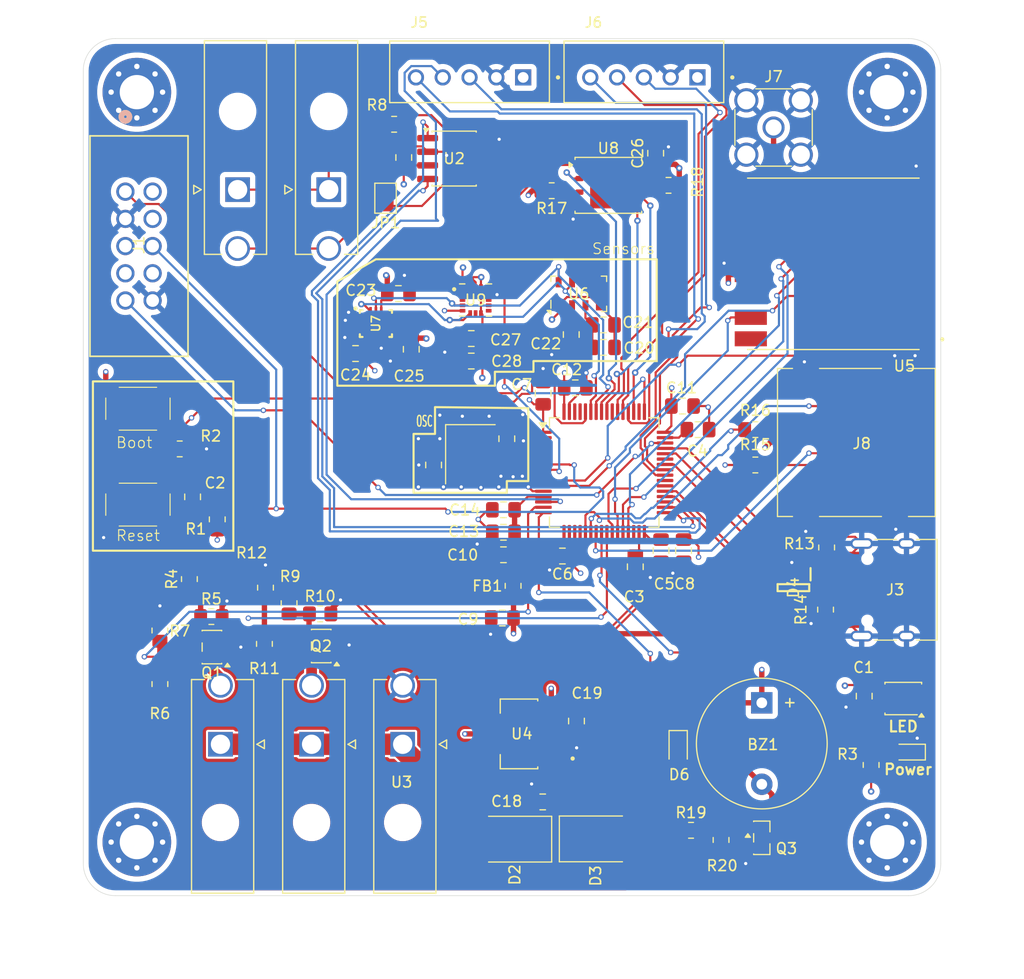
<source format=kicad_pcb>
(kicad_pcb (version 20241229) (generator "pcbnew") (generator_version "9.0")
  (layers (0 "F.Cu" signal) (4 "In1.Cu" signal) (6 "In2.Cu" signal) (2 "B.Cu" signal) (13 "F.Paste" user) (15 "B.Paste" user) (5 "F.SilkS" user "F.Silkscreen") (7 "B.SilkS" user "B.Silkscreen") (1 "F.Mask" user) (3 "B.Mask" user) (25 "Edge.Cuts" user))
  (net 0 "")
  (net 1 "Net-(U6-CAP)")
  (net 2 "GND")
  (net 3 "+3.3V")
  (net 4 "+3.3VA")
  (net 6 "/MCU/BOOT0")
  (net 7 "Net-(D2-K)")
  (net 9 "/MCU/NRST")
  (net 10 "Net-(C2-Pad2)")
  (net 11 "Net-(U1-VCAP_1)")
  (net 12 "Net-(U1-VCAP_2)")
  (net 13 "Net-(Q1-G)")
  (net 14 "/MCU/OSC IN")
  (net 15 "/MCU/OSC OUT")
  (net 16 "+BATT")
  (net 18 "+5V")
  (net 20 "/FlashSd/SDMOSI")
  (net 24 "/FlashSd/SDMISO")
  (net 25 "/MCU/SWCLK")
  (net 27 "/MCU/SWDIO")
  (net 31 "Net-(J2-Pin_2)")
  (net 34 "Net-(J3-CC1)")
  (net 35 "Net-(J3-CC2)")
  (net 36 "Net-(J4-Pin_2)")
  (net 37 "Net-(J8-DAT3{slash}CD)")
  (net 38 "Net-(J8-CLK)")
  (net 42 "Net-(JP1-A)")
  (net 43 "/Can_transceiver/CANL")
  (net 44 "Net-(PowerLED1-A)")
  (net 45 "/MCU/RGB_DATA")
  (net 46 "/Can_transceiver/CANH")
  (net 47 "/Drogue/DrougeIgnite")
  (net 49 "Net-(Q2-G)")
  (net 52 "/FlashSd/SDCLK")
  (net 56 "/MCU/D-")
  (net 66 "/MCU/D+")
  (net 68 "Net-(BZ1--)")
  (net 69 "/FlashMemory/SPICLK")
  (net 70 "/MCU/PyroADC")
  (net 71 "/FlashMemory/SPI_MISO")
  (net 73 "/FlashMemory/ChipSelectFLash")
  (net 74 "/FlashMemory/SPI_MOSI")
  (net 76 "/Can_transceiver/CAN_TX_2")
  (net 78 "/Can_transceiver/CAN_RX_2")
  (net 79 "/GPS/GPS1_TX")
  (net 80 "/GPS/GPS1_RX")
  (net 81 "Net-(J7-In)")
  (net 82 "/Accelerometer/AccelerometerSCL")
  (net 83 "/Drogue/DrougeADC")
  (net 84 "/Accelerometer/AccelerometerSDA")
  (net 86 "/LoRa/sxNSS")
  (net 87 "/LoRa/sxDIO1")
  (net 88 "/LoRa/sxReset")
  (net 89 "/LoRa/sxSCK")
  (net 90 "/LoRa/sxMOSI")
  (net 91 "/LoRa/sxMIS0")
  (net 92 "/GPS/RESET1")
  (net 93 "/MCU/PyroIgnite")
  (net 95 "/GPS/GPS2_RX")
  (net 97 "/GPS/RESET2")
  (net 98 "/GPS/GPS2_TX")
  (net 99 "Net-(U8-~{HOLD}{slash}~{RESET}{slash}IO_{3})")
  (net 100 "Net-(U8-~{WP}{slash}IO_{2})")
  (net 112 "Net-(Q3-B)")
  (net 113 "/MCU/BuzzerControl")
  (footprint "Resistor_SMD:R_0805_2012Metric_Pad1.20x1.40mm_HandSolder" (layer "F.Cu") (at 132 99.25 90)
    (property "Reference" "R12")
    (property "Value" "47k")
  )
  (footprint "Resistor_SMD:R_0805_2012Metric_Pad1.20x1.40mm_HandSolder" (layer "F.Cu") (at 158.7 62.2 180)
    (property "Reference" "R17")
    (property "Value" "10k")
  )
  (footprint "Capacitor_SMD:C_0805_2012Metric_Pad1.18x1.45mm_HandSolder" (layer "F.Cu") (at 154.1 102.08125)
    (property "Reference" "C9")
    (property "Value" "1u")
  )
  (footprint "Capacitor_SMD:C_0805_2012Metric_Pad1.18x1.45mm_HandSolder" (layer "F.Cu") (at 154.5135 85.349 90)
    (property "Reference" "C15" (hide yes))
    (property "Value" "18p")
  )
  (footprint "MountingHole:MountingHole_3.2mm_M3_Pad_Via" (layer "F.Cu") (at 190 123)
    (property "Reference" "REF**" (hide yes))
    (property "Value" "MountingHole_3.2mm_M3_Pad_Via")
  )
  (footprint "myFootprints:SAMZO G4R0015010" (layer "F.Cu") (at 120.1 82.55)
    (property "Reference" "BootSwitch1" (hide yes))
    (property "Value" "SAMZO G4R0015010")
  )
  (footprint "Capacitor_SMD:C_0805_2012Metric_Pad1.18x1.45mm_HandSolder" (layer "F.Cu") (at 163.525 76.825 180)
    (property "Reference" "C20")
    (property "Value" "100nf")
  )
  (footprint "Package_TO_SOT_SMD:SOT-23-5" (layer "F.Cu") (at 127 104.8 180)
    (property "Reference" "Q1")
    (property "Value" "BSC098N10NS5")
  )
  (footprint "Capacitor_SMD:C_0805_2012Metric_Pad1.18x1.45mm_HandSolder" (layer "F.Cu") (at 151.2 78.1)
    (property "Reference" "C28")
    (property "Value" "1u")
  )
  (footprint "Resistor_SMD:R_0805_2012Metric_Pad1.20x1.40mm_HandSolder" (layer "F.Cu") (at 174.5 122.8 90)
    (property "Reference" "R20")
    (property "Value" "10k")
  )
  (footprint "Resistor_SMD:R_0805_2012Metric_Pad1.20x1.40mm_HandSolder" (layer "F.Cu") (at 155.1 99.08125 90)
    (property "Reference" "FB1")
    (property "Value" "FerriteBead")
  )
  (footprint "MountingHole:MountingHole_3.2mm_M3_Pad_Via" (layer "F.Cu") (at 120 53)
    (property "Reference" "REF**" (hide yes))
    (property "Value" "MountingHole_3.2mm_M3_Pad_Via")
  )
  (footprint "Resistor_SMD:R_0805_2012Metric_Pad1.20x1.40mm_HandSolder" (layer "F.Cu") (at 171.7 121.9)
    (property "Reference" "R19")
    (property "Value" "470r")
  )
  (footprint "myFootprints:MOLEX_26013114" (layer "F.Cu") (at 136.3 113.87)
    (property "Reference" "J4" (hide yes))
    (property "Value" "Pyro")
  )
  (footprint "Crystal:Crystal_SMD_3225-4Pin_3.2x2.5mm_HandSoldering" (layer "F.Cu") (at 151.1135 86.799 -90)
    (property "Reference" "Y1" (hide yes))
    (property "Value" "8mhz")
  )
  (footprint "Resistor_SMD:R_0805_2012Metric_Pad1.20x1.40mm_HandSolder" (layer "F.Cu") (at 122.15 103.25 -90)
    (property "Reference" "R7")
    (property "Value" "47k")
  )
  (footprint "Capacitor_SMD:C_0805_2012Metric_Pad1.18x1.45mm_HandSolder" (layer "F.Cu") (at 160.9 80.6)
    (property "Reference" "C12")
    (property "Value" "100nf")
  )
  (footprint "Package_QFP:LQFP-64_10x10mm_P0.5mm" (layer "F.Cu") (at 163.6 88.5)
    (property "Reference" "U1" (hide yes))
    (property "Value" "STM32F405RGT6")
  )
  (footprint "Resistor_SMD:R_0805_2012Metric_Pad1.20x1.40mm_HandSolder" (layer "F.Cu") (at 137.1 101.7)
    (property "Reference" "R10")
    (property "Value" "10k")
  )
  (footprint "Resistor_SMD:R_0805_2012Metric_Pad1.20x1.40mm_HandSolder" (layer "F.Cu") (at 184.35 95.5 90)
    (property "Reference" "R13")
    (property "Value" "5.1k")
  )
  (footprint "Resistor_SMD:R_0805_2012Metric_Pad1.20x1.40mm_HandSolder" (layer "F.Cu") (at 127.5 92.875 90)
    (property "Reference" "R1")
    (property "Value" "10k")
  )
  (footprint "Resistor_SMD:R_0805_2012Metric_Pad1.20x1.40mm_HandSolder" (layer "F.Cu") (at 124.9 98.45 90)
    (property "Reference" "R4")
    (property "Value" "100R")
  )
  (footprint "myFootprints:PQFN50P300X300X100-16N" (layer "F.Cu") (at 151.6 72.4)
    (property "Reference" "U9")
    (property "Value" "H3LIS100DL")
  )
  (footprint "Jumper:SolderJumper-2_P1.3mm_Open_TrianglePad1.0x1.5mm" (layer "F.Cu") (at 143.2 62.9 -90)
    (property "Reference" "JP1")
    (property "Value" "SolderJumper_2_Open")
  )
  (footprint "Package_LGA:LGA-8_3x5mm_P1.25mm" (layer "F.Cu") (at 161.225 71.825 90)
    (property "Reference" "U6")
    (property "Value" "MPL3115A2R1")
  )
  (footprint "Capacitor_SMD:C_0805_2012Metric_Pad1.18x1.45mm_HandSolder" (layer "F.Cu") (at 154.2 91.98125 180)
    (property "Reference" "C14")
    (property "Value" "100nf")
  )
  (footprint "myFootprints:SOT230P700X180-4N" (layer "F.Cu") (at 155.65 112.9 180)
    (property "Reference" "U4")
    (property "Value" "LDL1117-3.3")
  )
  (footprint "MountingHole:MountingHole_3.2mm_M3_Pad_Via" (layer "F.Cu") (at 190 53)
    (property "Reference" "REF**" (hide yes))
    (property "Value" "MountingHole_3.2mm_M3_Pad_Via")
  )
  (footprint "Capacitor_SMD:C_0805_2012Metric_Pad1.18x1.45mm_HandSolder" (layer "F.Cu") (at 168.4 58.7 90)
    (property "Reference" "C26")
    (property "Value" "100nf")
  )
  (footprint "Resistor_SMD:R_0805_2012Metric_Pad1.20x1.40mm_HandSolder" (layer "F.Cu") (at 169.6 61.7)
    (property "Reference" "R18")
    (property "Value" "10k")
  )
  (footprint "myFootprints:LGA-14-2.5X3MM" (layer "F.Cu") (at 142.3 74.6)
    (property "Reference" "U7")
    (property "Value" "LSM6DS3TR-C")
  )
  (footprint "myFootprints:MOLEX_26013114" (layer "F.Cu") (at 127.8 113.87)
    (property "Reference" "J2" (hide yes))
    (property "Value" "Pyro")
  )
  (footprint "myFootprints:XCVR_RFM95W-915S2" (layer "F.Cu") (at 184.975 69.025 180)
    (property "Reference" "U5")
    (property "Value" "RFM95W-915S2")
  )
  (footprint "Capacitor_SMD:C_0805_2012Metric_Pad1.18x1.45mm_HandSolder" (layer "F.Cu") (at 170.9 82.3)
    (property "Reference" "C11")
    (property "Value" "100nf")
  )
  (footprint "Capacitor_SMD:C_0805_2012Metric_Pad1.18x1.45mm_HandSolder" (layer "F.Cu") (at 144.9 59.1 90)
    (property "Reference" "C17" (hide yes))
    (property "Value" "100nf")
  )
  (footprint "LED_SMD:LED_0603_1608Metric_Pad1.05x0.95mm_HandSolder" (layer "F.Cu") (at 191.9 114.6 180)
    (property "Reference" "PowerLED1" (hide yes))
    (property "Value" "RLED")
  )
  (footprint "LED_SMD:LED_Kingbright_AAA3528ESGCT" (layer "F.Cu") (at 191.5 109.6 180)
    (property "Reference" "D1" (hide yes))
    (property "Value" "NeoPixel_THT")
  )
  (footprint "Resistor_SMD:R_0805_2012Metric_Pad1.20x1.40mm_HandSolder" (layer "F.Cu") (at 124 86.3 180)
    (property "Reference" "R2")
    (property "Value" "100k")
  )
  (footprint "Resistor_SMD:R_0805_2012Metric_Pad1.20x1.40mm_HandSolder" (layer "F.Cu") (at 131.9 104.5 -90)
    (property "Reference" "R11")
    (property "Value" "75k")
  )
  (footprint "Library:JST_B5B-XH-A" (layer "F.Cu") (at 167.3 51.1)
    (property "Reference" "J6")
    (property "Value" "Conn_01x05_Pin")
  )
  (footprint "Resistor_SMD:R_0805_2012Metric_Pad1.20x1.40mm_HandSolder" (layer "F.Cu") (at 122.15 108.25 -90)
    (property "Reference" "R6")
    (property "Value" "75k")
  )
  (footprint "Package_TO_SOT_SMD:SOT-23-5" (layer "F.Cu") (at 137.2 104.7 180)
    (property "Reference" "Q2")
    (property "Value" "BSC098N10NS5")
  )
  (footprint "Capacitor_SMD:C_0805_2012Metric_Pad1.18x1.45mm_HandSolder" (layer "F.Cu") (at 161.0125 111.7 -90)
    (property "Reference" "C19")
    (property "Value" "4.7u")
  )
  (footprint "Capacitor_SMD:C_0805_2012Metric_Pad1.18x1.45mm_HandSolder" (layer "F.Cu") (at 171 95.8 -90)
    (property "Reference" "C8")
    (property "Value" "4.7u")
  )
  (footprint "Diode_SMD:D_2114_3652Metric" (layer "F.Cu") (at 155.4125 122.725 180)
    (property "Reference" "D2")
    (property "Value" "D_Schottky")
  )
  (footprint "Connector_Card:microSD_HC_Molex_47219-2001" (layer "F.Cu") (at 187.125 85.7 90)
    (property "Reference" "J8")
    (property "Value" "Micro_SD_Card")
  )
  (footprint "Capacitor_SMD:C_0805_2012Metric_Pad1.18x1.45mm_HandSolder" (layer "F.Cu") (at 157.9 81.1 90)
    (property "Reference" "C7")
    (property "Value" "100nf")
  )
  (footprint "Connector_Coaxial:SMA_Amphenol_132291_Vertical" (layer "F.Cu") (at 179.4 56.3)
    (property "Reference" "J7")
    (property "Value" "Conn_Coaxial_Small")
  )
  (footprint "Capacitor_SMD:C_0805_2012Metric_Pad1.18x1.45mm_HandSolder" (layer "F.Cu") (at 166.5 97.3 -90)
    (property "Reference" "C3")
    (property "Value" "2.2u")
  )
  (footprint "Resistor_SMD:R_0805_2012Metric_Pad1.20x1.40mm_HandSolder" (layer "F.Cu") (at 184.25 101.3 -90)
    (property "Reference" "R14")
    (property "Value" "5.1k")
  )
  (footprint "Capacitor_SMD:C_0805_2012Metric_Pad1.18x1.45mm_HandSolder" (layer "F.Cu") (at 151.2 76)
    (property "Reference" "C27")
    (property "Value" "100nf")
  )
  (footprint "Library:JST_B5B-XH-A" (layer "F.Cu") (at 151.0375 51.1)
    (property "Reference" "J5")
    (property "Value" "Conn_01x05_Pin")
  )
  (footprint "Resistor_SMD:R_0805_2012Metric_Pad1.20x1.40mm_HandSolder" (layer "F.Cu") (at 134.2 100.7 90)
    (property "Reference" "R9")
    (property "Value" "100R")
  )
  (footprint "myFootprints:MOLEX_26013114" (layer "F.Cu") (at 144.8 113.87)
    (property "Reference" "U3")
    (property "Value" "PowerIn")
  )
  (footprint "Capacitor_SMD:C_0805_2012Metric_Pad1.18x1.45mm_HandSolder" (layer "F.Cu") (at 144.4 71.8)
    (property "Reference" "C23")
    (property "Value" "100nf")
  )
  (footprint "myFootprints:SOT95P280X145-6N" (layer "F.Cu") (at 181.25 99.25 -90)
    (property "Reference" "D4")
    (property "Value" "SRV05-4.TCT")
  )
  (footprint "Buzzer_Beeper:Buzzer_12x9.5RM7.6" (layer "F.Cu") (at 178.3 110 -90)
    (property "Reference" "BZ1")
    (property "Value" "Buzzer")
  )
  (footprint "myFootprints:CONN_7024610XX_MOL" (layer "F.Cu") (at 118.93 62.2884 -90)
    (property "Reference" "J1")
    (property "Value" "Microsemi_FlashPro-JTAG-10")
  )
  (footprint "Capacitor_SMD:C_0805_2012Metric_Pad1.18x1.45mm_HandSolder" (layer "F.Cu") (at 157.8625 119.25 180)
    (property "Reference" "C18")
    (property "Value" "1u")
  )
  (footprint "myFootprints:SAMZO G4R0015010" (layer "F.Cu") (at 120.1 91.5)
    (property "Reference" "RSTSwitch1" (hide yes))
    (property "Value" "SAMZO G4R0015010")
  )
  (footprint "myFootprints:MOLEX_26013114" (layer "F.Cu") (at 137.9 62.1 180)
    (property "Reference" "CAN_IN1" (hide yes))
    (property "Value" "CAN")
  )
  (footprint "Capacitor_SMD:C_0805_2012Metric_Pad1.18x1.45mm_HandSolder" (layer "F.Cu") (at 125.2 90.775 90)
    (property "Reference" "C2")
    (property "Value" "100nf")
  )
  (footprint "Capacitor_SMD:C_0805_2012Metric_Pad1.18x1.45mm_HandSolder" (layer "F.Cu") (at 187.855 109.375 90)
    (property "Reference" "C1")
    (property "Value" "100nf")
  )
  (footprint "Resistor_SMD:R_0805_2012Metric_Pad1.20x1.40mm_HandSolder" (layer "F.Cu") (at 188.5 115.8 -90)
    (property "Reference" "R3")
    (property "Value" "1k")
  )
  (footprint "Resistor_SMD:R_0805_2012Metric_Pad1.20x1.40mm_HandSolder" (layer "F.Cu") (at 144 56 180)
    (property "Reference" "R8")
    (property "Value" "120R")
  )
  (footprint "Capacitor_SMD:C_0805_2012Metric_Pad1.18x1.45mm_HandSolder" (layer "F.Cu") (at 154.2 94.08125 180)
    (property "Reference" "C13")
    (property "Value" "1u")
  )
  (footprint "MountingHole:MountingHole_3.2mm_M3_Pad_Via" (layer "F.Cu") (at 120 123)
    (property "Reference" "REF**" (hide yes))
    (property "Value" "MountingHole_3.2mm_M3_Pad_Via")
  )
  (footprint "Diode_SMD:D_SOD-323" (layer "F.Cu") (at 170.5 114.2 -90)
    (property "Reference" "D6")
    (property "Value" "1N5819WS")
  )
  (footprint "Capacitor_SMD:C_0805_2012Metric_Pad1.18x1.45mm_HandSolder" (layer "F.Cu") (at 160.525 75.625 -90)
    (property "Reference" "C22")
    (property "Value" "100nf")
  )
  (footprint "Capacitor_SMD:C_0805_2012Metric_Pad1.18x1.45mm_HandSolder" (layer "F.Cu") (at 154.2 96.18125)
    (property "Reference" "C10")
    (property "Value" "100nf")
  )
  (footprint "Capacitor_SMD:C_0805_2012Metric_Pad1.18x1.45mm_HandSolder" (layer "F.Cu") (at 140.4 77.4 180)
    (property "Reference" "C24")
    (property "Value" "100nf")
  )
  (footprint "Capacitor_SMD:C_0805_2012Metric_Pad1.18x1.45mm_HandSolder" (layer "F.Cu") (at 147.68225 87.8 -90)
    (property "Reference" "C16" (hide yes))
    (property "Value" "18p")
  )
  (footprint "Capacitor_SMD:C_0805_2012Metric_Pad1.18x1.45mm_HandSolder" (layer "F.Cu") (at 145.6 77 -90)
    (property "Reference" "C25")
    (property "Value" "100nf")
  )
  (footprint "Capacitor_SMD:C_0805_2012Metric_Pad1.18x1.45mm_HandSolder" (layer "F.Cu") (at 163.525 74.725 180)
    (property "Reference" "C21")
    (property "Value" "100nf")
  )
  (footprint "Resistor_SMD:R_0805_2012Metric_Pad1.20x1.40mm_HandSolder" (layer "F.Cu") (at 177.7 84.5)
    (property "Reference" "R16")
    (property "Value" "220R")
  )
  (footprint "Capacitor_SMD:C_0805_2012Metric_Pad1.18x1.45mm_HandSolder" (layer "F.Cu") (at 172.35 84.5)
    (property "Reference" "C4")
    (property "Value" "2.2u")
  )
  (footprint "Capacitor_SMD:C_0805_2012Metric_Pad1.18x1.45mm_HandSolder" (layer "F.Cu") (at 168.9 95.8 -90)
    (property "Reference" "C5")
    (property "Value" "100nf")
  )
  (footprint "Resistor_SMD:R_0805_2012Metric_Pad1.20x1.40mm_HandSolder" (layer "F.Cu") (at 177.7 87.8)
    (property "Reference" "R15")
    (property "Value" "10k")
  )
  (footprint "Package_TO_SOT_SMD:SOT-23" (layer "F.Cu") (at 178.3 122.6)
    (property "Reference" "Q3")
    (property "Value" "BC817")
  )
  (footprint "Capacitor_SMD:C_0805_2012Metric_Pad1.18x1.45mm_HandSolder" (layer "F.Cu") (at 159.7 96.3 180)
    (property "Reference" "C6")
    (property "Value" "100nf")
  )
  (footprint "Package_SO:SOIC-8_3.9x4.9mm_P1.27mm" (layer "F.Cu") (at 149.6 59.2)
    (property "Reference" "U2")
    (property "Value" "SN65HVD230")
  )
  (footprint "myFootprints:MOLEX_26013114" (layer "F.Cu") (at 129.4 62.1 180)
    (property "Reference" "CAN_OUT1" (hide yes))
    (property "Value" "CAN")
  )
  (footprint "Diode_SMD:D_2114_3652Metric" (layer "F.Cu") (at 162.7 122.7)
    (property "Reference" "D3")
    (property "Value" "D_Schottky")
  )
  (footprint "Connector_USB:USB_C_Receptacle_HRO_TYPE-C-31-M-12" (layer "F.Cu") (at 190.75 99.45 90)
    (property "Reference" "J3")
    (property "Value" "USB_C_Receptacle")
  )
  (footprint "Resistor_SMD:R_0805_2012Metric_Pad1.20x1.40mm_HandSolder" (layer "F.Cu") (at 126.95 101.95)
    (property "Reference" "R5")
    (property "Value" "10k")
  )
  (footprint "Package_SON:WSON-8-1EP_6x5mm_P1.27mm_EP3.4x4.3mm" (layer "F.Cu") (at 163.9875 61.7)
    (property "Reference" "U8")
    (property "Value" "W25Q128JVP")
  )
  (gr_poly (pts (xy 115.9 80) (xy 115.9 95.8) (xy 129 95.8) (xy 129 80)) (stroke (width 0.2)) (fill no) (layer "F.SilkS"))
  (gr_poly (pts (xy 151.1 80.4) (xy 152.3 80.4) (xy 153.4 80.4) (xy 153.4 79.1) (xy 157 79.1) (xy 157 78.1) (xy 168.5 78.1) (xy 168.5 68.6) (xy 142.3 68.6) (xy 138.7 70.675) (xy 138.7 80.4)) (stroke (width 0.2)) (fill no) (layer "F.SilkS"))
  (gr_poly (pts (xy 145.8145 90.4) (xy 145.8145 84.9) (xy 147.8145 84.9) (xy 147.8145 82.4) (xy 156.5145 82.5) (xy 156.5145 89.3) (xy 154.5145 89.3) (xy 154.5145 90.4)) (stroke (width 0.2)) (fill no) (layer "F.SilkS"))
  (gr_line (start 192 128) (end 118 128) (stroke (width 0.05)) (layer "Edge.Cuts"))
  (gr_arc (start 192 48) (mid 194.12132 48.87868) (end 195 51) (stroke (width 0.05)) (layer "Edge.Cuts"))
  (gr_line (start 195 51) (end 195 125) (stroke (width 0.05)) (layer "Edge.Cuts"))
  (gr_arc (start 115 51) (mid 115.87868 48.87868) (end 118 48) (stroke (width 0.05)) (layer "Edge.Cuts"))
  (gr_line (start 118 48) (end 192 48) (stroke (width 0.05)) (layer "Edge.Cuts"))
  (gr_line (start 115 125) (end 115 51) (stroke (width 0.05)) (layer "Edge.Cuts"))
  (gr_arc (start 118 128) (mid 115.87868 127.12132) (end 115 125) (stroke (width 0.05)) (layer "Edge.Cuts"))
  (gr_arc (start 195 125) (mid 194.12132 127.12132) (end 192 128) (stroke (width 0.05)) (layer "Edge.Cuts"))
  (gr_text "Sensors" (at 162.4 68.2 0) (layer "F.SilkS") (effects (font (size 1 1) (thickness 0.1)) (justify left bottom)))
  (gr_text "LED" (at 190 112.8 0) (layer "F.SilkS") (effects (font (size 1 1) (thickness 0.2) (bold yes)) (justify left bottom)))
  (gr_text "OSC" (at 146 84.3 0) (layer "F.SilkS") (effects (font (size 1 0.5) (thickness 0.125)) (justify left bottom)))
  (gr_text "Power" (at 189.6 116.8 0) (layer "F.SilkS") (effects (font (size 1 1) (thickness 0.2) (bold yes)) (justify left bottom)))
  (gr_text "Boot\n" (at 118 86.3 0) (layer "F.SilkS") (effects (font (size 1 1) (thickness 0.1)) (justify left bottom)))
  (gr_text "Reset" (at 118 94.975 0) (layer "F.SilkS") (effects (font (size 1 1) (thickness 0.1)) (justify left bottom)))
  (segment (start 160.525 74.5875) (end 160.525 72.975) (width 0.2) (layer "F.Cu") (net 1))
  (segment (start 160.525 72.975) (end 160.6 72.9) (width 0.2) (layer "F.Cu") (net 1))
  (segment (start 153.7635 89.049) (end 153.7635 89.849) (width 0.2) (layer "F.Cu") (net 2))
  (segment (start 184.25 102.3) (end 183.2 102.3) (width 0.5) (layer "F.Cu") (net 2))
  (segment (start 161.766176 80.6) (end 161.9375 80.6) (width 0.2) (layer "F.Cu") (net 2))
  (segment (start 138.1 101.7) (end 138.1 101.1) (width 0.2) (layer "F.Cu") (net 2))
  (segment (start 122.15 102.25) (end 122.149999 100.950001) (width 0.5) (layer "F.Cu") (net 2))
  (segment (start 148.2635 85.349) (end 146.2635 85.349) (width 0.2) (layer "F.Cu") (net 2))
  (segment (start 186.705 96.2) (end 186.705 96.045) (width 0.2) (layer "F.Cu") (net 2))
  (segment (start 187.855 110.4125) (end 190.0125 110.4125) (width 0.2) (layer "F.Cu") (net 2))
  (segment (start 190.725 78.825) (end 190.725 77.625) (width 0.2) (layer "F.Cu") (net 2))
  (segment (start 145.4375 70.577047) (end 144.960453 70.1) (width 0.5) (layer "F.Cu") (net 2))
  (segment (start 138.1 101.7) (end 138.1 101.3) (width 0.5) (layer "F.Cu") (net 2))
  (segment (start 151.75 95.18125) (end 152.0625 95.18125) (width 0.2) (layer "F.Cu") (net 2))
  (segment (start 173.2 82.3) (end 173.3 82.4) (width 0.2) (layer "F.Cu") (net 2))
  (segment (start 154.5135 84.3115) (end 153.926 84.3115) (width 0.2) (layer "F.Cu") (net 2))
  (segment (start 116.925 93.35) (end 116.925 94.55) (width 0.5) (layer "F.Cu") (net 2))
  (segment (start 148.8925 77.27) (end 150.1625 76) (width 0.2) (layer "F.Cu") (net 2))
  (segment (start 185.025 83.405) (end 186.145 83.405) (width 0.2) (layer "F.Cu") (net 2))
  (segment (start 127.95 100.95) (end 128.4 100.5) (width 0.5) (layer "F.Cu") (net 2))
  (segment (start 173.3875 82.4875) (end 173.3 82.4) (width 0.2) (layer "F.Cu") (net 2))
  (segment (start 146.2635 89.849) (end 153.7635 89.849) (width 0.2) (layer "F.Cu") (net 2))
  (segment (start 174.78462 64.46538) (end 174.78462 68.96538) (width 0.5) (layer "F.Cu") (net 2))
  (segment (start 140.95 73.85) (end 140.05 73.85) (width 0.2) (layer "F.Cu") (net 2))
  (segment (start 142.8 75.7) (end 142.8 76.5) (width 0.2) (layer "F.Cu") (net 2))
  (segment (start 186.1675 110.4125) (end 186.155 110.4) (width 0.2) (layer "F.Cu") (net 2))
  (segment (start 192.675 59.925) (end 192.7 59.9) (width 0.5) (layer "F.Cu") (net 2))
  (segment (start 138.3375 103.75) (end 138.95 103.75) (width 0.5) (layer "F.Cu") (net 2))
  (segment (start 192.775 114.6) (end 192.775 113.325) (width 0.2) (layer "F.Cu") (net 2))
  (segment (start 152.8635 83.249) (end 152.6 83.249) (width 0.2) (layer "F.Cu") (net 2))
  (segment (start 183.2 102.3) (end 182.9 102.6) (width 0.5) (layer "F.Cu") (net 2))
  (segment (start 147.125 58.565) (end 148.565 58.565) (width 0.2) (layer "F.Cu") (net 2))
  (segment (start 128.1375 105.75) (end 129.0875 104.8) (width 0.5) (layer "F.Cu") (net 2))
  (segment (start 161.85 74.0875) (end 162.4875 74.725) (width 0.2) (layer "F.Cu") (net 2))
  (segment (start 186.705 102.7) (end 186.705 102.855) (width 0.2) (layer "F.Cu") (net 2))
  (segment (start 168.9 96.8375) (end 168.9375 96.8375) (width 0.2) (layer "F.Cu") (net 2))
  (segment (start 139.7 104.7) (end 139.8 104.6) (width 0.5) (layer "F.Cu") (net 2))
  (segment (start 152.75 91.98125) (end 151.85 92.88125) (width 0.2) (layer "F.Cu") (net 2))
  (segment (start 170 97.8375) (end 171 96.8375) (width 0.2) (layer "F.Cu") (net 2))
  (segment (start 158.6625 97.4375) (end 158.5 97.6) (width 0.2) (layer "F.Cu") (net 2))
  (segment (start 140.95 74.85) (end 140 74.85) (width 0.2) (layer "F.Cu") (net 2))
  (segment (start 148.725 77.27) (end 148.8925 77.27) (width 0.2) (layer "F.Cu") (net 2))
  (segment (start 148.2635 83.149) (end 148.2635 85.349) (width 0.2) (layer "F.Cu") (net 2))
  (segment (start 153.9635 88.849) (end 153.7635 89.049) (width 0.2) (layer "F.Cu") (net 2))
  (segment (start 148.565 58.565) (end 148.9 58.9) (width 0.2) (layer "F.Cu") (net 2))
  (segment (start 177.275 64.025) (end 175.225 64.025) (width 0.5) (layer "F.Cu") (net 2))
  (segment (start 174.5 123.8) (end 175.6 123.8) (width 0.5) (layer "F.Cu") (net 2))
  (segment (start 128.1375 104.8) (end 129.7 104.8) (width 0.5) (layer "F.Cu") (net 2))
  (segment (start 153.1625 91.98125) (end 152.75 91.98125) (width 0.2) (layer "F.Cu") (net 2))
  (segment (start 192.675 76.025) (end 192.675 77.525) (width 0.2) (layer "F.Cu") (net 2))
  (segment (start 182.274902 78.674902) (end 182.274902 78.173627) (width 0.2) (layer "F.Cu") (net 2))
  (segment (start 186.99 94.5) (end 187.62 95.13) (width 0.2) (layer "F.Cu") (net 2))
  (segment (start 153.0625 103.5375) (end 153 103.6) (width 0.5) (layer "F.Cu") (net 2))
  (segment (start 147.68225 88.8375) (end 149.375 88.8375) (width 0.2) (layer "F.Cu") (net 2))
  (segment (start 181.25 98) (end 181.25 97.05) (width 0.5) (layer "F.Cu") (net 2))
  (segment (start 139.5 74.35) (end 139.45 74.3) (width 0.2) (layer "F.Cu") (net 2))
  (segment (start 168.9375 96.8375) (end 170 97.9) (width 0.2) (layer "F.Cu") (net 2))
  (segment (start 148.3635 83.249) (end 148.2635 83.149) (width 0.2) (layer "F.Cu") (net 2))
  (segment (start 162.4875 76.825) (end 160.6875 76.825) (width 0.2) (layer "F.Cu") (net 2))
  (segment (start 152.6 83.249) (end 148.3635 83.249) (width 0.2) (layer "F.Cu") (net 2))
  (segment (start 143.7125 78.0375) (end 143.65 78.1) (width 0.5) (layer "F.Cu") (net 2))
  (segment (start 152.75 96.18125) (end 151.75 95.18125) (width 0.2) (layer "F.Cu") (net 2))
  (segment (start 160.6875 76.825) (end 160.525 76.6625) (width 0.2) (layer "F.Cu") (net 2))
  (segment (start 190.725 93.725) (end 190.8 93.8) (width 0.2) (layer "F.Cu") (net 2))
  (segment (start 162.4875 76.825) (end 162.4875 74.725) (width 0.2) (layer "F.Cu") (net 2))
  (segment (start 187.855 110.4125) (end 186.1675 110.4125) (width 0.2) (layer "F.Cu") (net 2))
  (segment (start 152.075 57.295) (end 153.695 57.295) (width 0.2) (layer "F.Cu") (net 2))
  (segment (start 182.425 78.825) (end 182.274902 78.674902) (width 0.2) (layer "F.Cu") (net 2))
  (segment (start 173.3875 84.5) (end 173.3875 82.4875) (width 0.2) (layer "F.Cu") (net 2))
  (segment (start 138.1 101.3) (end 139 100.4) (width 0.5) (layer "F.Cu") (net 2))
  (segment (start 153.1635 82.949) (end 152.8635 83.249) (width 0.2) (layer "F.Cu") (net 2))
  (segment (start 184.35 94.5) (end 186.99 94.5) (width 0.2) (layer "F.Cu") (net 2))
  (segment (start 142.8 76.5) (end 142.8 76.9) (width 0.2) (layer "F.Cu") (net 2))
  (segment (start 140.95 74.35) (end 139.5 74.35) (width 0.2) (layer "F.Cu") (net 2))
  (segment (start 129.0875 104.8) (end 129.7 104.8) (width 0.5) (layer "F.Cu") (net 2))
  (segment (start 144.9 58.0625) (end 146.6225 58.0625) (width 0.2) (layer "F.Cu") (net 2))
  (segment (start 146.2635 89.849) (end 146.2635 85.349) (width 0.2) (layer "F.Cu") (net 2))
  (segment (start 190.725 77.625) (end 190.7 77.6) (width 0.2) (layer "F.Cu") (net 2))
  (segment (start 161.9375 80.6) (end 161.9375 79.2375) (width 0.2) (layer "F.Cu") (net 2))
  (segment (start 160.525 76.6625) (end 159.5375 76.6625) (width 0.2) (layer "F.Cu") (net 2))
  (segment (start 158.6625 96.3) (end 159.033824 96.3) (width 0.2) (layer "F.Cu") (net 2))
  (segment (start 170 97.9) (end 170 97.8375) (width 0.2) (layer "F.Cu") (net 2))
  (segment (start 155.987709 82.949) (end 153.1635 82.949) (width 0.2) (layer "F.Cu") (net 2))
  (segment (start 175.225 64.025) (end 174.78462 64.46538) (width 0.5) (layer "F.Cu") (net 2))
  (segment (start 153.05 94.08125) (end 151.85 92.88125) (width 0.2) (layer "F.Cu") (net 2))
  (segment (start 186.705 102.855) (end 187.62 103.77) (width 0.2) (layer "F.Cu") (net 2))
  (segment (start 160.35 82.016176) (end 161.766176 80.6) (width 0.2) (layer "F.Cu") (net 2))
  (segment (start 149.555 78.1) (end 148.725 77.27) (width 0.2) (layer "F.Cu") (net 2))
  (segment (start 152.2635 83.5855) (end 152.6 83.249) (width 0.2) (layer "F.Cu") (net 2))
  (segment (start 161.0125 112.7375) (end 161.0125 114.1875) (width 0.5) (layer "F.Cu") (net 2))
  (segment (start 177.3625 124.4375) (end 176.8 125) (width 0.5) (layer "F.Cu") (net 2))
  (segment (start 147.68225 88.8375) (end 147.275 88.8375) (width 0.2) (layer "F.Cu") (net 2))
  (segment (start 156.0635 83.024791) (end 155.987709 82.949) (width 0.2) (layer "F.Cu") (net 2))
  (segment (start 181.25 97.05) (end 181.1 96.9) (width 0.5) (layer "F.Cu") (net 2))
  (segment (start 156.825 119.25) (end 156.825 117.575) (width 0.5) (layer "F.Cu") (net 2))
  (segment (start 149.9635 89.549) (end 150.2635 89.849) (width 0.2) (layer "F.Cu") (net 2))
  (segment (start 192.675 62.025) (end 192.675 59.925) (width 0.5) (layer "F.Cu") (net 2))
  (segment (start 138.3375 104.7) (end 139.7 104.7) (width 0.5) (layer "F.Cu") (net 2))
  (segment (start 160.35 94.983824) (end 160.35 94.175) (width 0.2) (layer "F.Cu") (net 2))
  (segment (start 150.38 73.4) (end 148.7 73.4) (width 0.2) (layer "F.Cu") (net 2))
  (segment (start 158.665 112.9) (end 160.85 112.9) (width 0.5) (layer "F.Cu") (net 2))
  (segment (start 175.6 123.8) (end 176.8 125) (width 0.5) (layer "F.Cu") (net 2))
  (segment (start 149.9635 88.249) (end 149.9635 89.549) (width 0.2) (layer "F.Cu") (net 2))
  (segment (start 147.275 88.8375) (end 146.2635 89.849) (width 0.2) (layer "F.Cu") (net 2))
  (segment (start 138.3375 105.65) (end 138.75 105.65) (width 0.5) (layer "F.Cu") (net 2))
  (segment (start 156.922835 90.25) (end 156.522835 89.85) (width 0.2) (layer "F.Cu") (net 2))
  (segment (start 153.1625 94.08125) (end 153.05 94.08125) (width 0.2) (layer "F.Cu") (net 2))
  (segment (start 140.05 73.85) (end 139.75 73.55) (width 0.2) (layer "F.Cu") (net 2))
  (segment (start 132 98.25) (end 132 97.13362) (width 0.5) (layer "F.Cu") (net 2))
  (segment (start 160.35 82.825) (end 160.35 82.016176) (width 0.2) (layer "F.Cu") (net 2))
  (segment (start 161.2875 63.605) (end 160.7 64.1925) (width 0.5) (layer "F.Cu") (net 2))
  (segment (start 190.0125 110.4125) (end 190.1 110.325) (width 0.2) (layer "F.Cu") (net 2))
  (segment (start 116.925 94.55) (end 116.9 94.575) (width 0.5) (layer "F.Cu") (net 2))
  (segment (start 153.695 57.295) (end 153.8 57.4) (width 0.2) (layer "F.Cu") (net 2))
  (segment (start 145.2 78.0375) (end 143.7125 78.0375) (width 0.5) (layer "F.Cu") (net 2))
  (segment (start 160.85 112.9) (end 161.0125 112.7375) (width 0.5) (layer "F.Cu") (net 2))
  (segment (start 158.6625 96.3) (end 158.6625 97.4375) (width 0.2) (layer "F.Cu") (net 2))
  (segment (start 159.5375 76.6625) (end 158.7 77.5) (width 0.2) (layer "F.Cu") (net 2))
  (segment (start 157.925 90.25) (end 156.922835 90.25) (width 0.2) (layer "F.Cu") (net 2))
  (segment (start 186.145 83.405) (end 190.725 78.825) (width 0.2) (layer "F.Cu") (net 2))
  (segment (start 169.15013 57.6625) (end 169.593815 58.106185) (width 0.5) (layer "F.Cu") (net 2))
  (segment (start 140 74.85) (end 139.45 74.3) (width 0.2) (layer "F.Cu") (net 2))
  (segment (start 153.9635 88.849) (end 155.9635 88.849) (width 0.2) (layer "F.Cu") (net 2))
  (segment (start 145.4375 71.9) (end 145.4375 70.577047) (width 0.5) (layer "F.Cu") (net 2))
  (segment (start 142.3 75.7) (end 142.3 76) (width 0.2) (layer "F.Cu") (net 2))
  (segment (start 153.0625 102.08125) (end 153.0625 103.5375) (width 0.5) (layer "F.Cu") (net 2))
  (segment (start 192.675 77.525) (end 192.6 77.6) (width 0.2) (layer "F.Cu") (net 2))
  (segment (start 182.425 93.975) (end 182.4 94) (width 0.2) (layer "F.Cu") (net 2))
  (segment (start 156.0635 85.549) (end 156.0635 83.024791) (width 0.2) (layer "F.Cu") (net 2))
  (segment (start 127.95 101.95) (end 127.95 100.95) (width 0.5) (layer "F.Cu") (net 2))
  (segment (start 138.3375 103.75) (end 138.75 103.75) (width 0.2) (layer "F.Cu") (net 2))
  (segment (start 149.375 88.8375) (end 149.9635 88.249) (width 0.2) (layer "F.Cu") (net 2))
  (segment (start 146.6225 58.0625) (end 147.125 58.565) (width 0.2) (layer "F.Cu") (net 2))
  (segment (start 186.705 96.045) (end 187.62 95.13) (width 0.2) (layer "F.Cu") (net 2))
  (segment (start 159.033824 96.3) (end 160.35 94.983824) (width 0.2) (layer "F.Cu") (net 2))
  (segment (start 161.9375 79.2375) (end 161.9 79.2) (width 0.2) (layer "F.Cu") (net 2))
  (segment (start 177.3625 123.55) (end 177.3625 124.4375) (width 0.5) (layer "F.Cu") (net 2))
  (segment (start 139.3625 75.9375) (end 139.4 75.9) (width 0.2) (layer "F.Cu") (net 2))
  (segment (start 153.1625 96.18125) (end 152.75 96.18125) (width 0.2) (layer "F.Cu") (net 2))
  (segment (start 150.1625 78.1) (end 149.555 78.1) (width 0.2) (layer "F.Cu") (net 2))
  (segment (start 190.725 92.575) (end 190.725 93.725) (width 0.2) (layer "F.Cu") (net 2))
  (segment (start 157.9 80.0625) (end 157.9 78.8) (width 0.2) (layer "F.Cu") (net 2))
  (segment (start 182.425 92.575) (end 182.425 93.975) (width 0.2) (layer "F.Cu") (net 2))
  (segment (start 192.775 113.325) (end 192.8 113.3) (width 0.2) (layer "F.Cu") (net 2))
  (segment (start 142.3 76) (end 142.8 76.5) (width 0.2) (layer "F.Cu") (net 2))
  (segment (start 161.85 72.9) (end 161.85 74.0875) (width 0.2) (layer "F.Cu") (net 2))
  (segment (start 138.75 105.65) (end 139.8 104.6) (width 0.5) (layer "F.Cu") (net 2))
  (segment (start 153.926 84.3115) (end 152.8635 83.249) (width 0.2) (layer "F.Cu") (net 2))
  (segment (start 171.9375 82.3) (end 173.2 82.3) (width 0.2) (layer "F.Cu") (net 2))
  (segment (start 125 86.3) (end 126.5 86.3) (width 0.5) (layer "F.Cu") (net 2))
  (segment (start 167.8625 98.3375) (end 167.9 98.3) (width 0.2) (layer "F.Cu") (net 2))
  (segment (start 152.82 71.9) (end 153.6 71.9) (width 0.2) (layer "F.Cu") (net 2))
  (segment (start 166.5 98.3375) (end 167.8625 98.3375) (width 0.2) (layer "F.Cu") (net 2))
  (segment (start 128.1375 103.85) (end 129.0875 104.8) (width 0.5) (layer "F.Cu") (net 2))
  (segment (start 152.0625 95.18125) (end 153.1625 94.08125) (width 0.2) (layer "F.Cu") (net 2))
  (segment (start 139.3625 77.4) (end 139.3625 75.9375) (width 0.2) (layer "F.Cu") (net 2))
  (segment (start 160.7 64.1925) (end 160.7 64.854315) (width 0.5) (layer "F.Cu") (net 2))
  (segment (start 161.0125 114.1875) (end 161.025 114.2) (width 0.5) (layer "F.Cu") (net 2))
  (segment (start 168.4 57.6625) (end 169.15013 57.6625) (width 0.5) (layer "F.Cu") (net 2))
  (segment (start 138.95 103.75) (end 139.8 104.6) (width 0.5) (layer "F.Cu") (net 2))
  (segment (start 152.2635 85.349) (end 152.2635 83.5855) (width 0.2) (layer "F.Cu") (net 2))
  (via (at 139.45 74.3) (size 0.6) (drill 0.3) (layers "F.Cu" "B.Cu") (net 2))
  (via (at 150.2635 89.849) (size 0.6) (drill 0.3) (layers "F.Cu" "B.Cu") (net 2))
  (via (at 139.4 75.9) (size 0.5) (drill 0.3) (layers "F.Cu" "B.Cu") (net 2))
  (via (at 148.725 77.27) (size 0.6) (drill 0.3) (layers "F.Cu" "B.Cu") (net 2))
  (via (at 151.85 92.88125) (size 0.5) (drill 0.3) (layers "F.Cu" "B.Cu") (net 2))
  (via (at 182.274902 78.173627) (size 0.5) (drill 0.3) (layers "F.Cu" "B.Cu") (net 2))
  (via (at 157.9 78.8) (size 0.5) (drill 0.3) (layers "F.Cu" "B.Cu") (net 2))
  (via (at 169.593815 58.106185) (size 0.5) (drill 0.3) (layers "F.Cu" "B.Cu") (net 2))
  (via (at 186.155 110.4) (size 0.6) (drill 0.3) (layers "F.Cu" "B.Cu") (net 2))
  (via (at 173.3 82.4) (size 0.5) (drill 0.3) (layers "F.Cu" "B.Cu") (net 2))
  (via (at 153.8 57.4) (size 0.6) (drill 0.3) (layers "F.Cu" "B.Cu") (net 2))
  (via (at 160.7 64.854315) (size 0.5) (drill 0.3) (layers "F.Cu" "B.Cu") (net 2))
  (via (at 156.522835 89.85) (size 0.5) (drill 0.3) (layers "F.Cu" "B.Cu") (net 2))
  (via (at 146.2635 89.849) (size 0.6) (drill 0.3) (layers "F.Cu" "B.Cu") (net 2))
  (via (at 143.65 78.1) (size 0.6) (drill 0.3) (layers "F.Cu" "B.Cu") (net 2))
  (via (at 139.8 104.6) (size 0.5) (drill 0.3) (layers "F.Cu" "B.Cu") (net 2))
  (via (at 152.1 89.9) (size 0.6) (drill 0.3) (layers "F.Cu" "B.Cu") (net 2))
  (via (at 153.9635 88.849) (size 0.6) (drill 0.3) (layers "F.Cu" "B.Cu") (net 2))
  (via (at 150.3635 83.249) (size 0.6) (drill 0.3) (layers "F.Cu" "B.Cu") (net 2))
  (via (at 161.9 79.2) (size 0.5) (drill 0.3) (layers "F.Cu" "B.Cu") (net 2))
  (via (at 152.8635 83.249) (size 0.6) (drill 0.3) (layers "F.Cu" "B.Cu") (net 2))
  (via (at 146.3 87.8) (size 0.6) (drill 0.3) (layers "F.Cu" "B.Cu") (net 2))
  (via (at 170 97.9) (size 0.5) (drill 0.3) (layers "F.Cu" "B.Cu") (net 2))
  (via (at 126.5 86.3) (size 0.5) (drill 0.3) (layers "F.Cu" "B.Cu") (net 2))
  (via (at 148.6 89.849) (size 0.6) (drill 0.3) (layers "F.Cu" "B.Cu") (net 2))
  (via (at 139 100.4) (size 0.5) (drill 0.3) (layers "F.Cu" "B.Cu") (net 2))
  (via (at 129.7 104.8) (size 0.6) (drill 0.3) (layers "F.Cu" "B.Cu") (net 2))
  (via (at 181.1 96.9) (size 0.5) (drill 0.3) (layers "F.Cu" "B.Cu") (net 2))
  (via (at 148.7 73.4) (size 0.5) (drill 0.3) (layers "F.Cu" "B.Cu") (net 2))
  (via (at 176.8 125) (size 0.5) (drill 0.3) (layers "F.Cu" "B.Cu") (net 2))
  (via (at 174.78462 68.96538) (size 0.6) (drill 0.3) (layers "F.Cu" "B.Cu") (net 2))
  (via (at 167.9 98.3) (size 0.5) (drill 0.3) (layers "F.Cu" "B.Cu") (net 2))
  (via (at 146.2635 85.349) (size 0.6) (drill 0.3) (layers "F.Cu" "B.Cu") (net 2))
  (via (at 151.75 95.18125) (size 0.5) (drill 0.3) (layers "F.Cu" "B.Cu") (net 2))
  (via (at 156.825 117.575) (size 0.5) (drill 0.3) (layers "F.Cu" "B.Cu") (net 2))
  (via (at 192.7 59.9) (size 0.5) (drill 0.3) (layers "F.Cu" "B.Cu") (net 2))
  (via (at 182.4 94) (size 0.5) (drill 0.3) (layers "F.Cu" "B.Cu") (net 2))
  (via (at 161.025 114.2) (size 0.5) (drill 0.3) (layers "F.Cu" "B.Cu") (net 2))
  (via (at 190.7 77.6) (size 0.5) (drill 0.3) (layers "F.Cu" "B.Cu") (net 2))
  (via (at 182.9 102.6) (size 0.5) (drill 0.3) (layers "F.Cu" "B.Cu") (net 2))
  (via (at 153.6 71.9) (size 0.5) (drill 0.3) (layers "F.Cu" "B.Cu") (net 2))
  (via (at 139.75 73.55) (size 0.6) (drill 0.3) (layers "F.Cu" "B.Cu") (net 2))
  (via (at 116.9 94.575) (size 0.5) (drill 0.3) (layers "F.Cu" "B.Cu") (net 2))
  (via (at 128.4 100.5) (size 0.6) (drill 0.3) (layers "F.Cu" "B.Cu") (net 2))
  (via (at 192.6 77.6) (size 0.5) (drill 0.3) (layers "F.Cu" "B.Cu") (net 2))
  (via (at 148.2635 83.149) (size 0.6) (drill 0.3) (layers "F.Cu" "B.Cu") (net 2))
  (via (at 155.9635 88.849) (size 0.6) (drill 0.3) (layers "F.Cu" "B.Cu") (net 2))
  (via (at 158.7 77.5) (size 0.5) (drill 0.3) (layers "F.Cu" "B.Cu") (net 2))
  (via (at 155.1 88.9) (size 0.6) (drill 0.3) (layers "F.Cu" "B.Cu") (net 2))
  (via (at 122.149999 100.950001) (size 0.5) (drill 0.3) (layers "F.Cu" "B.Cu") (net 2))
  (via (at 153 103.6) (size 0.5) (drill 0.3) (layers "F.Cu" "B.Cu") (net 2))
  (via (at 158.5 97.6) (size 0.5) (drill 0.3) (layers "F.Cu" "B.Cu") (net 2))
  (via (at 192.8 113.3) (size 0.5) (drill 0.3) (layers "F.Cu" "B.Cu") (net 2))
  (via (at 148.9 58.9) (size 0.6) (drill 0.3) (layers "F.Cu" "B.Cu") (net 2))
  (via (at 148.2635 85.349) (size 0.6) (drill 0.3) (layers "F.Cu" "B.Cu") (net 2))
  (via (at 144.960453 70.1) (size 0.6) (drill 0.3) (layers "F.Cu" "B.Cu") (net 2))
  (via (at 132 97.13362) (size 0.6) (drill 0.3) (layers "F.Cu" "B.Cu") (net 2))
  (via (at 153.7635 89.849) (size 0.6) (drill 0.3) (layers "F.Cu" "B.Cu") (net 2))
  (via (at 142.8 76.9) (size 0.5) (drill 0.3) (layers "F.Cu" "B.Cu") (net 2))
  (via (at 190.8 93.8) (size 0.5) (drill 0.3) (layers "F.Cu" "B.Cu") (net 2))
  (via (at 156.0635 85.549) (size 0.5) (drill 0.3) (layers "F.Cu" "B.Cu") (net 2))
  (via (at 156 83.1) (size 0.6) (drill 0.3) (layers "F.Cu" "B.Cu") (net 2))
  (segment (start 186.1175 108.3375) (end 186.055 108.4) (width 0.2) (layer "F.Cu") (net 3))
  (segment (start 159.35 72.9) (end 160.126 72.124) (width 0.2) (layer "F.Cu") (net 3))
  (segment (start 159.35 73.6) (end 158.725 74.225) (width 0.2) (layer "F.Cu") (net 3))
  (segment (start 190.1 108.875) (end 188.3925 108.875) (width 0.2) (layer "F.Cu") (net 3))
  (segment (start 144.9 60.1375) (end 144.9 61.6) (width 0.2) (layer "F.Cu") (net 3))
  (segment (start 159.8625 82.8125) (end 159.85 82.825) (width 0.2) (layer "F.Cu") (net 3))
  (segment (start 157.7 62.2) (end 156.88206 62.2) (width 0.5) (layer "F.Cu") (net 3))
  (segment (start 170.6 60.1) (end 170.6 61.7) (width 0.5) (layer "F.Cu") (net 3))
  (segment (start 152.1 70.295) (end 152.125 70.27) (width 0.2) (layer "F.Cu") (net 3))
  (segment (start 188.5 116.8) (end 188.5 118.275) (width 0.2) (layer "F.Cu") (net 3))
  (segment (start 157.043365 82.1375) (end 156.624264 81.718399) (width 0.2) (layer "F.Cu") (net 3))
  (segment (start 176.468628 110.2) (end 176.55901 110.109618) (width 0.2) (layer "F.Cu") (net 3))
  (segment (start 184.979 85.651) (end 179.149 85.651) (width 0.5) (layer "F.Cu") (net 3))
  (segment (start 160.7375 96.3) (end 160.7375 97.2375) (width 0.2) (layer "F.Cu") (net 3))
  (segment (start 152.635 112.9) (end 150.6 112.9) (width 0.5) (layer "F.Cu") (net 3))
  (segment (start 154.935 110.6) (end 152.635 112.9) (width 0.5) (layer "F.Cu") (net 3))
  (segment (start 168.9 94.7625) (end 167.9375 94.7625) (width 0.2) (layer "F.Cu") (net 3))
  (segment (start 175.249263 70.025) (end 175.184774 70.089489) (width 0.5) (layer "F.Cu") (net 3))
  (segment (start 155.1375 102.08125) (end 155.1375 100.11875) (width 0.5) (layer "F.Cu") (net 3))
  (segment (start 145.2 75.9625) (end 144.2625 75.9625) (width 0.2) (layer "F.Cu") (net 3))
  (segment (start 167.9375 94.7625) (end 167.35 94.175) (width 0.2) (layer "F.Cu") (net 3))
  (segment (start 156.88206 62.2) (end 156.53478 62.54728) (width 0.5) (layer "F.Cu") (net 3))
  (segment (start 185.025 85.605) (end 184.979 85.651) (width 0.5) (layer "F.Cu") (net 3))
  (segment (start 162.324 72.124) (end 163.1 72.9) (width 0.2) (layer "F.Cu") (net 3))
  (segment (start 143.3625 71.9) (end 143.3625 70.203189) (width 0.5) (layer "F.Cu") (net 3))
  (segment (start 117.1 80.7) (end 117.1 79.1) (width 0.5) (layer "F.Cu") (net 3))
  (segment (start 168.9 94.7625) (end 171 94.7625) (width 0.2) (layer "F.Cu") (net 3))
  (segment (start 150.38 69.415) (end 150.425 69.37) (width 0.2) (layer "F.Cu") (net 3))
  (segment (start 152.2375 76) (end 152.2375 73.7575) (width 0.2) (layer "F.Cu") (net 3))
  (segment (start 147.125 59.835) (end 145.2025 59.835) (width 0.2) (layer "F.Cu") (net 3))
  (segment (start 152.125 70.27) (end 151.425 70.27) (width 0.2) (layer "F.Cu") (net 3))
  (segment (start 152.2375 79.6575) (end 152.225 79.67) (width 0.2) (layer "F.Cu") (net 3))
  (segment (start 146.9625 75.9625) (end 147 76) (width 0.5) (layer "F.Cu") (net 3))
  (segment (start 145.2 75.9625) (end 146.9625 75.9625) (width 0.5) (layer "F.Cu") (net 3))
  (segment (start 151.275 70.42) (end 151.225 70.37) (width 0.2) (layer "F.Cu") (net 3))
  (segment (start 187.855 108.3375) (end 186.1175 108.3375) (width 0.2) (layer "F.Cu") (net 3))
  (segment (start 168.4 59.7375) (end 166.745 59.7375) (width 0.5) (layer "F.Cu") (net 3))
  (segment (start 152.2375 76) (end 152.2375 78.1) (width 0.2) (layer "F.Cu") (net 3))
  (segment (start 175.184774 70.089489) (end 175.184774 70.834314) (width 0.5) (layer "F.Cu") (net 3))
  (segment (start 173.65 110) (end 170.5 113.15) (width 0.5) (layer "F.Cu") (net 3))
  (segment (start 177.275 70.025) (end 175.249263 70.025) (width 0.5) (layer "F.Cu") (net 3))
  (segment (start 164.5625 74.725) (end 164.5625 74.3625) (width 0.2) (layer "F.Cu") (net 3))
  (segment (start 169.8625 80.6375) (end 169.9 80.6) (width 0.2) (layer "F.Cu") (net 3))
  (segment (start 159.8625 80.6) (end 159.8625 79.2375) (width 0.2) (layer "F.Cu") (net 3))
  (segment (start 141.4375 77.4) (end 141.4375 76.0625) (width 0.2) (layer "F.Cu") (net 3))
  (segment (start 168.4 59.7375) (end 170.2375 59.7375) (width 0.5) (layer "F.Cu") (net 3))
  (segment (start 141.4375 76.0625) (end 141.8 75.7) (width 0.2) (layer "F.Cu") (net 3))
  (segment (start 164.5625 76.825) (end 164.5625 74.725) (width 0.2) (layer "F.Cu") (net 3))
  (segment (start 166.745 59.7375) (end 166.6875 59.795) (width 0.5) (layer "F.Cu") (net 3))
  (segment (start 155.1375 103.54375) (end 155.1375 102.08125) (width 0.5) (layer "F.Cu") (net 3))
  (segment (start 141.4375 78.2375) (end 142.2 79) (width 0.2) (layer "F.Cu") (net 3))
  (segment (start 157.9 84.725) (end 157.925 84.75) (width 0.2) (layer "F.Cu") (net 3))
  (segment (start 178.3 110) (end 178.3 106.9) (width 0.5) (layer "F.Cu") (net 3))
  (segment (start 169.275 84.75) (end 169.8625 84.1625) (width 0.2) (layer "F.Cu") (net 3))
  (segment (start 152.2375 73.7575) (end 152.1 73.62) (width 0.2) (layer "F.Cu") (net 3))
  (segment (start 172.4 95.4) (end 172.4 96.4) (width 0.2) (layer "F.Cu") (net 3))
  (segment (start 170.2375 59.7375) (end 170.6 60.1) (width 0.5) (layer "F.Cu") (net 3))
  (segment (start 160.7375 96.3) (end 160.85 96.1875) (width 0.2) (layer "F.Cu") (net 3))
  (segment (start 155.1375 100.11875) (end 155.1 100.08125) (width 0.5) (layer "F.Cu") (net 3))
  (segment (start 175.45 110.2) (end 176.468628 110.2) (width 0.2) (layer "F.Cu") (net 3))
  (segment (start 179.149 85.651) (end 178.6 86.2) (width 0.5) (layer "F.Cu") (net 3))
  (segment (start 152.1 71.18) (end 152.1 70.295) (width 0.2) (layer "F.Cu") (net 3))
  (segment (start 160.85 96.1875) (end 160.85 94.175) (width 0.2) (layer "F.Cu") (net 3))
  (segment (start 151.6 70.745) (end 151.275 70.42) (width 0.2) (layer "F.Cu") (net 3))
  (segment (start 142.8 72.4625) (end 143.3625 71.9) (width 0.2) (layer "F.Cu") (net 3))
  (segment (start 151.6 71.18) (end 151.6 70.745) (width 0.2) (layer "F.Cu") (net 3))
  (segment (start 143.3625 70.203189) (end 143.259311 70.1) (width 0.5) (layer "F.Cu") (net 3))
  (segment (start 157.9 82.1375) (end 157.9 84.725) (width 0.2) (layer "F.Cu") (net 3))
  (segment (start 160.7375 97.2375) (end 161.4 97.9) (width 0.2) (layer "F.Cu") (net 3))
  (segment (start 158.665 110.6) (end 154.935 110.6) (width 0.5) (layer "F.Cu") (net 3))
  (segment (start 169.8625 82.3) (end 169.8625 80.6375) (width 0.2) (layer "F.Cu") (net 3))
  (segment (start 159.35 72.9) (end 159.35 73.6) (width 0.2) (layer "F.Cu") (net 3))
  (segment (start 178.3 110) (end 173.65 110) (width 0.5) (layer "F.Cu") (net 3))
  (segment (start 150.38 70.37) (end 150.38 69.415) (width 0.2) (layer "F.Cu") (net 3))
  (segment (start 159.8625 79.2375) (end 159.9 79.2) (width 0.2) (layer "F.Cu") (net 3))
  (segment (start 159.8625 80.6) (end 159.8625 82.8125) (width 0.2) (layer "F.Cu") (net 3))
  (segment (start 144.2625 75.9625) (end 143.65 75.35) (width 0.2) (layer "F.Cu") (net 3))
  (segment (start 171 94.7625) (end 171.7625 94.7625) (width 0.2) (layer "F.Cu") (net 3))
  (segment (start 188.3925 108.875) (end 187.855 108.3375) (width 0.2) (layer "F.Cu") (net 3))
  (segment (start 158.665 110.6) (end 158.665 108.665) (width 0.5) (layer "F.Cu") (net 3))
  (segment (start 151.225 70.37) (end 150.38 70.37) (width 0.2) (layer "F.Cu") (net 3))
  (segment (start 145.2025 59.835) (end 144.9 60.1375) (width 0.2) (layer "F.Cu") (net 3))
  (segment (start 164.5625 74.3625) (end 163.1 72.9) (width 0.2) (layer "F.Cu") (net 3))
  (segment (start 150.38 71.4) (end 150.38 70.37) (width 0.2) (layer "F.Cu") (net 3))
  (segment (start 151.425 70.27) (end 151.275 70.42) (width 0.2) (layer "F.Cu") (net 3))
  (segment (start 142.8 73.5) (end 142.8 72.4625) (width 0.2) (layer "F.Cu") (net 3))
  (segment (start 158.665 108.665) (end 158.65 108.65) (width 0.5) (layer "F.Cu") (net 3))
  (segment (start 152.1 73.62) (end 152.1 71.18) (width 0.2) (layer "F.Cu") (net 3))
  (segment (start 141.4375 77.4) (end 141.4375 78.2375) (width 0.2) (layer "F.Cu") (net 3))
  (segment (start 169.8625 84.1625) (end 169.8625 82.3) (width 0.2) (layer "F.Cu") (net 3))
  (segment (start 152.2375 78.1) (end 152.2375 79.6575) (width 0.2) (layer "F.Cu") (net 3))
  (segment (start 157.9 82.1375) (end 157.043365 82.1375) (width 0.2) (layer "F.Cu") (net 3))
  (segment (start 158.7275 110.6625) (end 158.665 110.6) (width 0.5) (layer "F.Cu") (net 3))
  (segment (start 127.5 94.8) (end 127.5 93.875) (width 0.2) (layer "F.Cu") (net 3))
  (segment (start 171.7625 94.7625) (end 172.4 95.4) (width 0.2) (layer "F.Cu") (net 3))
  (segment (start 161.0125 110.6625) (end 158.7275 110.6625) (width 0.5) (layer "F.Cu") (net 3))
  (segment (start 174.876 87.8) (end 176.7 87.8) (width 0.2) (layer "F.Cu") (net 3))
  (segment (start 160.126 72.124) (end 162.324 72.124) (width 0.2) (layer "F.Cu") (net 3))
  (via (at 150.6 112.9) (size 0.5) (drill 0.3) (layers "F.Cu" "B.Cu") (net 3))
  (via (at 178.3 106.9) (size 0.5) (drill 0.3) (layers "F.Cu" "B.Cu") (net 3))
  (via (at 159.9 79.2) (size 0.5) (drill 0.3) (layers "F.Cu" "B.Cu") (net 3))
  (via (at 169.9 80.6) (size 0.5) (drill 0.3) (layers "F.Cu" "B.Cu") (net 3))
  (via (at 147 76) (size 0.6) (drill 0.3) (layers "F.Cu" "B.Cu") (net 3))
  (via (at 174.876 87.8) (size 0.5) (drill 0.3) (layers "F.Cu" "B.Cu") (net 3))
  (via (at 142.2 79) (size 0.5) (drill 0.3) (layers "F.Cu" "B.Cu") (net 3))
  (via (at 156.518722 62.631222) (size 0.5) (drill 0.3) (layers "F.Cu" "B.Cu") (net 3))
  (via (at 158.725 74.225) (size 0.6) (drill 0.3) (layers "F.Cu" "B.Cu") (net 3))
  (via (at 186.055 108.4) (size 0.6) (drill 0.3) (layers "F.Cu" "B.Cu") (net 3))
  (via (at 117.1 79.1) (size 0.5) (drill 0.3) (layers "F.Cu" "B.Cu") (net 3))
  (via (at 178.6 86.2) (size 0.5) (drill 0.3) (layers "F.Cu" "B.Cu") (net 3))
  (via (at 170.6 60.1) (size 0.6) (drill 0.3) (layers "F.Cu" "B.Cu") (net 3))
  (via (at 158.65 108.65) (size 0.5) (drill 0.3) (layers "F.Cu" "B.Cu") (net 3))
  (via (at 143.259311 70.1) (size 0.6) (drill 0.3) (layers "F.Cu" "B.Cu") (net 3))
  (via (at 156.624264 81.718399) (size 0.5) (drill 0.3) (layers "F.Cu" "B.Cu") (net 3))
  (via (at 127.5 94.8) (size 0.5) (drill 0.3) (layers "F.Cu" "B.Cu") (net 3))
  (via (at 172.4 96.4) (size 0.5) (drill 0.3) (layers "F.Cu" "B.Cu") (net 3))
  (via (at 152.225 79.67) (size 0.6) (drill 0.3) (layers "F.Cu" "B.Cu") (net 3))
  (via (at 155.1375 103.54375) (size 0.5) (drill 0.3) (layers "F.Cu" "B.Cu") (net 3))
  (via (at 150.425 69.37) (size 0.6) (drill 0.3) (layers "F.Cu" "B.Cu") (net 3))
  (via (at 152.125 70.27) (size 0.6) (drill 0.3) (layers "F.Cu" "B.Cu") (net 3))
  (via (at 144.9 61.6) (size 0.6) (drill 0.3) (layers "F.Cu" "B.Cu") (net 3))
  (via (at 161.4 97.9) (size 0.5) (drill 0.3) (layers "F.Cu" "B.Cu") (net 3))
  (via (at 175.184774 70.834314) (size 0.5) (drill 0.3) (layers "F.Cu" "B.Cu") (net 3))
  (via (at 188.5 118.275) (size 0.6) (drill 0.3) (layers "F.Cu" "B.Cu") (net 3))
  (segment (start 155.2375 96.18125) (end 155.2375 94.08125) (width 0.5) (layer "F.Cu") (net 4))
  (segment (start 155.2375 94.08125) (end 155.2375 91.98125) (width 0.5) (layer "F.Cu") (net 4))
  (segment (start 155.1 96.31875) (end 155.2375 96.18125) (width 0.5) (layer "F.Cu") (net 4))
  (segment (start 155.1 98.08125) (end 155.1 96.31875) (width 0.5) (layer "F.Cu") (net 4))
  (segment (start 155.2375 91.98125) (end 156.46875 90.75) (width 0.2) (layer "F.Cu") (net 4))
  (segment (start 156.46875 90.75) (end 157.925 90.75) (width 0.2) (layer "F.Cu") (net 4))
  (segment (start 161.582824 83.901) (end 161.85 83.633824) (width 0.2) (layer "F.Cu") (net 6))
  (segment (start 155.184417 81.9) (end 155.925145 81.159272) (width 0.2) (layer "F.Cu") (net 6))
  (segment (start 125.1 83.4) (end 126.9 81.6) (width 0.2) (layer "F.Cu") (net 6))
  (segment (start 161.85 83.633824) (end 161.85 82.825) (width 0.2) (layer "F.Cu") (net 6))
  (segment (start 156.661418 81.159272) (end 156.874 80.94669) (width 0.2) (layer "F.Cu") (net 6))
  (segment (start 155.925145 81.159272) (end 156.661418 81.159272) (width 0.2) (layer "F.Cu") (net 6))
  (segment (start 124.1 84.4) (end 125.1 83.4) (width 0.2) (layer "F.Cu") (net 6))
  (segment (start 157.7 78.2) (end 158.1 78.2) (width 0.2) (layer "F.Cu") (net 6))
  (segment (start 158.1 78.2) (end 159 79.1) (width 0.2) (layer "F.Cu") (net 6))
  (segment (start 140.78229 81.6) (end 141.082291 81.9) (width 0.2) (layer "F.Cu") (net 6))
  (segment (start 158.974 83.257824) (end 159.617176 83.901) (width 0.2) (layer "F.Cu") (net 6))
  (segment (start 123.1 86.2) (end 123 86.3) (width 0.2) (layer "F.Cu") (net 6))
  (segment (start 126.9 81.6) (end 140.78229 81.6) (width 0.2) (layer "F.Cu") (net 6))
  (segment (start 158.974 79.326) (end 158.974 83.257824) (width 0.2) (layer "F.Cu") (net 6))
  (segment (start 123.1 84.4) (end 123.1 86.2) (width 0.2) (layer "F.Cu") (net 6))
  (segment (start 156.874 80.94669) (end 156.874 79.026) (width 0.2) (layer "F.Cu") (net 6))
  (segment (start 141.082291 81.9) (end 155.184417 81.9) (width 0.2) (layer "F.Cu") (net 6))
  (segment (start 159 79.1) (end 159 79.3) (width 0.2) (layer "F.Cu") (net 6))
  (segment (start 123.1 84.4) (end 124.1 84.4) (width 0.2) (layer "F.Cu") (net 6))
  (segment (start 159 79.3) (end 158.974 79.326) (width 0.2) (layer "F.Cu") (net 6))
  (segment (start 156.874 79.026) (end 157.7 78.2) (width 0.2) (layer "F.Cu") (net 6))
  (segment (start 159.617176 83.901) (end 161.582824 83.901) (width 0.2) (layer "F.Cu") (net 6))
  (via (at 125.1 83.4) (size 0.5) (drill 0.3) (layers "F.Cu" "B.Cu") (net 6))
  (segment (start 158.665 115.2) (end 158.665 119.015) (width 0.5) (layer "F.Cu") (net 7))
  (segment (start 158.665 119.015) (end 158.9 119.25) (width 0.5) (layer "F.Cu") (net 7))
  (segment (start 157.8125 120.3375) (end 158.9 119.25) (width 0.5) (layer "F.Cu") (net 7))
  (segment (start 157.8125 122.0125) (end 157.8125 120.3375) (width 0.5) (layer "F.Cu") (net 7))
  (segment (start 160.5125 122.7) (end 160.5125 120.8625) (width 0.5) (layer "F.Cu") (net 7))
  (segment (start 160.5125 120.8625) (end 158.9 119.25) (width 0.5) (layer "F.Cu") (net 7))
  (segment (start 160.35 87.75) (end 157.925 87.75) (width 0.2) (layer "F.Cu") (net 9))
  (segment (start 149.022976 92.11975) (end 149.022976 92.179017) (width 0.2) (layer "F.Cu") (net 9))
  (segment (start 127.5 91.875) (end 130.2 91.875) (width 0.2) (layer "F.Cu") (net 9))
  (segment (start 148.778226 91.875) (end 149.022976 92.11975) (width 0.2) (layer "F.Cu") (net 9))
  (segment (start 127.4375 91.8125) (end 127.5 91.875) (width 0.2) (layer "F.Cu") (net 9))
  (segment (start 133 91.875) (end 148.778226 91.875) (width 0.2) (layer "F.Cu") (net 9))
  (segment (start 160.4 87.8) (end 160.35 87.75) (width 0.2) (layer "F.Cu") (net 9))
  (segment (start 160.8 87.8) (end 160.4 87.8) (width 0.2) (layer "F.Cu") (net 9))
  (segment (start 125.2 91.8125) (end 127.4375 91.8125) (width 0.2) (layer "F.Cu") (net 9))
  (segment (start 130.2 91.875) (end 133 91.875) (width 0.2) (layer "F.Cu") (net 9))
  (via (at 149.022976 92.179017) (size 0.5) (drill 0.3) (layers "F.Cu" "B.Cu") (net 9))
  (via (at 133 91.875) (size 0.5) (drill 0.3) (layers "F.Cu" "B.Cu") (net 9))
  (via (at 160.8 87.8) (size 0.5) (drill 0.3) (layers "F.Cu" "B.Cu") (net 9))
  (segment (start 161.365686 89.9) (end 163.148529 89.9) (width 0.2) (layer "B.Cu") (net 9))
  (segment (start 160.8 87.8) (end 160.8 89.334314) (width 0.2) (layer "B.Cu") (net 9))
  (segment (start 163.148529 89.9) (end 163.5 90.251471) (width 0.2) (layer "B.Cu") (net 9))
  (segment (start 160.8 89.334314) (end 161.365686 89.9) (width 0.2) (layer "B.Cu") (net 9))
  (segment (start 121.47 67.3684) (end 133 78.8984) (width 0.2) (layer "B.Cu") (net 9))
  (segment (start 163.5 90.251471) (end 163.5 90.848529) (width 0.2) (layer "B.Cu") (net 9))
  (segment (start 133 78.8984) (end 133 91.875) (width 0.2) (layer "B.Cu") (net 9))
  (segment (start 162.169512 92.179017) (end 149.022976 92.179017) (width 0.2) (layer "B.Cu") (net 9))
  (segment (start 163.5 90.848529) (end 162.169512 92.179017) (width 0.2) (layer "B.Cu") (net 9))
  (segment (start 122.925 89.65) (end 125.6125 89.65) (width 0.5) (layer "F.Cu") (net 10))
  (segment (start 166.85 95.9125) (end 166.5 96.2625) (width 0.2) (layer "F.Cu") (net 11))
  (segment (start 166.85 94.175) (end 166.85 95.9125) (width 0.2) (layer "F.Cu") (net 11))
  (segment (start 170.5625 85.25) (end 169.275 85.25) (width 0.2) (layer "F.Cu") (net 12))
  (segment (start 171.3125 84.5) (end 170.5625 85.25) (width 0.2) (layer "F.Cu") (net 12))
  (segment (start 125.95 100.5) (end 125.95 101.95) (width 0.5) (layer "F.Cu") (net 13))
  (segment (start 125.8625 103.85) (end 125.8625 102.0625) (width 0.5) (layer "F.Cu") (net 13))
  (segment (start 124.9 99.45) (end 125.95 100.5) (width 0.5) (layer "F.Cu") (net 13))
  (segment (start 154.2 86.7) (end 154.5135 86.3865) (width 0.2) (layer "F.Cu") (net 14))
  (segment (start 151.3145 86.7) (end 154.2 86.7) (width 0.2) (layer "F.Cu") (net 14))
  (segment (start 149.9635 85.349) (end 151.3145 86.7) (width 0.2) (layer "F.Cu") (net 14))
  (segment (start 154.5135 86.3865) (end 154.877 86.75) (width 0.2) (layer "F.Cu") (net 14))
  (segment (start 154.877 86.75) (end 157.925 86.75) (width 0.2) (layer "F.Cu") (net 14))
  (segment (start 153.75 87.25) (end 153.77834 87.25) (width 0.2) (layer "F.Cu") (net 15))
  (segment (start 150.777 86.7625) (end 147.68225 86.7625) (width 0.2) (layer "F.Cu") (net 15))
  (segment (start 155.24866 87.25) (end 157.925 87.25) (width 0.2) (layer "F.Cu") (net 15))
  (segment (start 153.80334 87.275) (end 155.22366 87.275) (width 0.2) (layer "F.Cu") (net 15))
  (segment (start 153.77834 87.25) (end 153.80334 87.275) (width 0.2) (layer "F.Cu") (net 15))
  (segment (start 152.2635 88.249) (end 152.751 88.249) (width 0.2) (layer "F.Cu") (net 15))
  (segment (start 152.2635 88.249) (end 150.777 86.7625) (width 0.2) (layer "F.Cu") (net 15))
  (segment (start 155.22366 87.275) (end 155.24866 87.25) (width 0.2) (layer "F.Cu") (net 15))
  (segment (start 152.751 88.249) (end 153.75 87.25) (width 0.2) (layer "F.Cu") (net 15))
  (segment (start 144.8 113.87) (end 127.8 113.87) (width 2) (layer "F.Cu") (net 16))
  (segment (start 144.8 113.87) (end 144.8 114.3) (width 2) (layer "F.Cu") (net 16))
  (segment (start 144.8 114.3) (end 153.225 122.725) (width 2) (layer "F.Cu") (net 16))
  (segment (start 181.25 103.5) (end 181.3 103.55) (width 0.5) (layer "F.Cu") (net 18))
  (segment (start 178.7 96.366176) (end 178.7 103.55) (width 0.2) (layer "F.Cu") (net 18))
  (segment (start 181.25 100.5) (end 181.25 103.5) (width 0.5) (layer "F.Cu") (net 18))
  (segment (start 181.3 103.55) (end 178.7 103.55) (width 0.5) (layer "F.Cu") (net 18))
  (segment (start 164.8875 103.656004) (end 164.8875 122.7) (width 0.5) (layer "F.Cu") (net 18))
  (segment (start 164.993504 103.55) (end 164.8875 103.656004) (width 0.5) (layer "F.Cu") (net 18))
  (segment (start 185.878 101.9) (end 185.5 102.278) (width 0.2) (layer "F.Cu") (net 18))
  (segment (start 188.75 100.3) (end 188.75 100.65) (width 0.2) (layer "F.Cu") (net 18))
  (segment (start 185.5 103.55) (end 184.45 103.55) (width 0.2) (layer "F.Cu") (net 18))
  (segment (start 169.275 87.75) (end 170.083824 87.75) (width 0.2) (layer "F.Cu") (net 18))
  (segment (start 184.25 103.55) (end 181.3 103.55) (width 0.5) (layer "F.Cu") (net 18))
  (segment (start 186.705 101.9) (end 185.878 101.9) (width 0.2) (layer "F.Cu") (net 18))
  (segment (start 186.705 97) (end 187.482 97) (width 0.2) (layer "F.Cu") (net 18))
  (segment (start 178.7 103.55) (end 164.993504 103.55) (width 0.5) (layer "F.Cu") (net 18))
  (segment (start 187.482 101.9) (end 186.705 101.9) (width 0.2) (layer "F.Cu") (net 18))
  (segment (start 188.75 98.268) (end 188.75 100.3) (width 0.2) (layer "F.Cu") (net 18))
  (segment (start 170.083824 87.75) (end 178.7 96.366176) (width 0.2) (layer "F.Cu") (net 18))
  (segment (start 188.75 100.632) (end 187.482 101.9) (width 0.2) (layer "F.Cu") (net 18))
  (segment (start 188.75 100.3) (end 188.75 100.632) (width 0.2) (layer "F.Cu") (net 18))
  (segment (start 187.482 97) (end 188.75 98.268) (width 0.2) (layer "F.Cu") (net 18))
  (segment (start 185.5 102.278) (end 185.5 103.55) (width 0.2) (layer "F.Cu") (net 18))
  (segment (start 163.149219 92.964824) (end 163.149219 92.70069) (width 0.2) (layer "F.Cu") (net 20))
  (segment (start 163.149219 92.70069) (end 162.648529 92.2) (width 0.2) (layer "F.Cu") (net 20))
  (segment (start 162.151471 92.2) (end 161.85 92.501471) (width 0.2) (layer "F.Cu") (net 20))
  (segment (start 162.648529 92.2) (end 162.151471 92.2) (width 0.2) (layer "F.Cu") (net 20))
  (segment (start 185.025 82.305) (end 182.705 82.305) (width 0.2) (layer "F.Cu") (net 20))
  (segment (start 161.85 92.501471) (end 161.85 94.175) (width 0.2) (layer "F.Cu") (net 20))
  (segment (start 182.705 82.305) (end 182.7 82.3) (width 0.2) (layer "F.Cu") (net 20))
  (via (at 163.149219 92.964824) (size 0.5) (drill 0.3) (layers "F.Cu" "B.Cu") (net 20))
  (via (at 182.7 82.3) (size 0.5) (drill 0.3) (layers "F.Cu" "B.Cu") (net 20))
  (segment (start 163.2 92.8) (end 163.2 93.015605) (width 0.2) (layer "B.Cu") (net 20))
  (segment (start 166.36005 93.174265) (end 165.985785 92.8) (width 0.2) (layer "B.Cu") (net 20))
  (segment (start 174.21863 86.88137) (end 168.3 92.8) (width 0.2) (layer "B.Cu") (net 20))
  (segment (start 167.188479 93.174265) (end 166.36005 93.174265) (width 0.2) (layer "B.Cu") (net 20))
  (segment (start 175.16716 85.93284) (end 175.16716 86.295585) (width 0.2) (layer "B.Cu") (net 20))
  (segment (start 168.3 92.8) (end 167.562745 92.8) (width 0.2) (layer "B.Cu") (net 20))
  (segment (start 175.16716 86.295585) (end 174.581374 86.88137) (width 0.2) (layer "B.Cu") (net 20))
  (segment (start 174.581374 86.88137) (end 174.21863 86.88137) (width 0.2) (layer "B.Cu") (net 20))
  (segment (start 165.985785 92.8) (end 163.2 92.8) (width 0.2) (layer "B.Cu") (net 20))
  (segment (start 182.7 82.3) (end 178.8 82.3) (width 0.2) (layer "B.Cu") (net 20))
  (segment (start 167.562745 92.8) (end 167.188479 93.174265) (width 0.2) (layer "B.Cu") (net 20))
  (segment (start 178.8 82.3) (end 175.16716 85.93284) (width 0.2) (layer "B.Cu") (net 20))
  (segment (start 163.2 93.015605) (end 163.149219 92.964824) (width 0.2) (layer "B.Cu") (net 20))
  (segment (start 182.705 86.705) (end 182.7 86.7) (width 0.2) (layer "F.Cu") (net 24))
  (segment (start 162.8 94.225) (end 162.85 94.175) (width 0.2) (layer "F.Cu") (net 24))
  (segment (start 162.8 95.8) (end 162.8 94.225) (width 0.2) (layer "F.Cu") (net 24))
  (segment (start 185.025 86.705) (end 182.705 86.705) (width 0.2) (layer "F.Cu") (net 24))
  (via (at 182.7 86.7) (size 0.5) (drill 0.3) (layers "F.Cu" "B.Cu") (net 24))
  (via (at 162.8 95.8) (size 0.5) (drill 0.3) (layers "F.Cu" "B.Cu") (net 24))
  (segment (start 182.7 86.7) (end 173.6 95.8) (width 0.2) (layer "B.Cu") (net 24))
  (segment (start 173.6 95.8) (end 162.8 95.8) (width 0.2) (layer "B.Cu") (net 24))
  (segment (start 139.7 81.1) (end 155.418731 81.1) (width 0.2) (layer "F.Cu") (net 25))
  (segment (start 155.929518 80.589213) (end 156.165441 80.589213) (width 0.2) (layer "F.Cu") (net 25))
  (segment (start 167.2 79.8) (end 167.35 79.95) (width 0.2) (layer "F.Cu") (net 25))
  (segment (start 167.35 79.95) (end 167.35 82.825) (width 0.2) (layer "F.Cu") (net 25))
  (segment (start 118.93 62.2884) (end 120.0819 63.4403) (width 0.2) (layer "F.Cu") (net 25))
  (segment (start 120.0819 63.4403) (end 122.0403 63.4403) (width 0.2) (layer "F.Cu") (net 25))
  (segment (start 122.0403 63.4403) (end 139.7 81.1) (width 0.2) (layer "F.Cu") (net 25))
  (segment (start 155.418731 81.1) (end 155.929518 80.589213) (width 0.2) (layer "F.Cu") (net 25))
  (via (at 156.165441 80.589213) (size 0.5) (drill 0.3) (layers "F.Cu" "B.Cu") (net 25))
  (via (at 167.2 79.8) (size 0.5) (drill 0.3) (layers "F.Cu" "B.Cu") (net 25))
  (segment (start 167.2 79.8) (end 165.9 81.1) (width 0.2) (layer "B.Cu") (net 25))
  (segment (start 165.9 81.1) (end 156.676228 81.1) (width 0.2) (layer "B.Cu") (net 25))
  (segment (start 156.676228 81.1) (end 156.165441 80.589213) (width 0.2) (layer "B.Cu") (net 25))
  (segment (start 168.05 85.75) (end 168 85.8) (width 0.2) (layer "F.Cu") (net 27))
  (segment (start 135.3 82.7) (end 142.5 89.9) (width 0.2) (layer "F.Cu") (net 27))
  (segment (start 169.275 85.75) (end 168.05 85.75) (width 0.2) (layer "F.Cu") (net 27))
  (segment (start 131.8 82.7) (end 135.3 82.7) (width 0.2) (layer "F.Cu") (net 27))
  (segment (start 162.9 90.6) (end 166.5 87) (width 0.2) (layer "F.Cu") (net 27))
  (via (at 142.5 89.9) (size 0.5) (drill 0.3) (layers "F.Cu" "B.Cu") (net 27))
  (via (at 131.8 82.7) (size 0.5) (drill 0.3) (layers "F.Cu" "B.Cu") (net 27))
  (via (at 162.9 90.6) (size 0.5) (drill 0.3) (layers "F.Cu" "B.Cu") (net 27))
  (via (at 166.5 87) (size 0.5) (drill 0.3) (layers "F.Cu" "B.Cu") (net 27))
  (via (at 168 85.8) (size 0.5) (drill 0.3) (layers "F.Cu" "B.Cu") (net 27))
  (segment (start 142.5 89.9) (end 143.2 90.6) (width 0.2) (layer "B.Cu") (net 27))
  (segment (start 131.8 82.7) (end 129.1816 82.7) (width 0.2) (layer "B.Cu") (net 27))
  (segment (start 129.1816 82.7) (end 118.93 72.4484) (width 0.2) (layer "B.Cu") (net 27))
  (segment (start 166.5 87) (end 166.8 87) (width 0.2) (layer "B.Cu") (net 27))
  (segment (start 166.8 87) (end 168 85.8) (width 0.2) (layer "B.Cu") (net 27))
  (segment (start 143.2 90.6) (end 162.9 90.6) (width 0.2) (layer "B.Cu") (net 27))
  (segment (start 127.8 108.37) (end 127.8 107.6875) (width 1) (layer "F.Cu") (net 31))
  (segment (start 127.8 108.37) (end 127.8 108.2) (width 0.5) (layer "F.Cu") (net 31))
  (segment (start 122.15 109.25) (end 122.3625 109.25) (width 1) (layer "F.Cu") (net 31))
  (segment (start 122.3625 109.25) (end 125.8625 105.75) (width 1) (layer "F.Cu") (net 31))
  (segment (start 127.8 107.6875) (end 125.8625 105.75) (width 1) (layer "F.Cu") (net 31))
  (segment (start 184.65 100.7) (end 186.705 100.7) (width 0.2) (layer "F.Cu") (net 34))
  (segment (start 184.25 100.3) (end 184.65 100.7) (width 0.2) (layer "F.Cu") (net 34))
  (segment (start 184.35 96.5) (end 185.55 97.7) (width 0.2) (layer "F.Cu") (net 35))
  (segment (start 185.55 97.7) (end 186.705 97.7) (width 0.2) (layer "F.Cu") (net 35))
  (segment (start 135.9125 105.5) (end 136.0625 105.65) (width 1) (layer "F.Cu") (net 36))
  (segment (start 136.3 105.8875) (end 136.0625 105.65) (width 1) (layer "F.Cu") (net 36))
  (segment (start 131.9 105.5) (end 135.9125 105.5) (width 1) (layer "F.Cu") (net 36))
  (segment (start 136.3 108.37) (end 136.3 105.8875) (width 1) (layer "F.Cu") (net 36))
  (segment (start 185.025 87.805) (end 178.705 87.805) (width 0.2) (layer "F.Cu") (net 37))
  (segment (start 178.705 87.805) (end 178.7 87.8) (width 0.2) (layer "F.Cu") (net 37))
  (segment (start 185.025 84.505) (end 178.705 84.505) (width 0.2) (layer "F.Cu") (net 38))
  (segment (start 178.705 84.505) (end 178.7 84.5) (width 0.2) (layer "F.Cu") (net 38))
  (segment (start 143.2 56.3) (end 142.9 56) (width 0.2) (layer "F.Cu") (net 42))
  (segment (start 143.2 62.175) (end 143.2 56.3) (width 0.2) (layer "F.Cu") (net 42))
  (segment (start 129.4 67.6) (end 137.9 67.6) (width 0.2) (layer "F.Cu") (net 43))
  (segment (start 146.594239 63.625) (end 150.384239 59.835) (width 0.2) (layer "F.Cu") (net 43))
  (segment (start 150.384239 59.835) (end 152.075 59.835) (width 0.2) (layer "F.Cu") (net 43))
  (segment (start 137.9 67.6) (end 138.3 67.6) (width 0.2) (layer "F.Cu") (net 43))
  (segment (start 142.275 63.625) (end 143.2 63.625) (width 0.2) (layer "F.Cu") (net 43))
  (segment (start 138.3 67.6) (end 142.275 63.625) (width 0.2) (layer "F.Cu") (net 43))
  (segment (start 143.2 63.625) (end 146.594239 63.625) (width 0.2) (layer "F.Cu") (net 43))
  (segment (start 188.7 114.8) (end 190.825 114.8) (width 0.2) (layer "F.Cu") (net 44))
  (segment (start 163.2 98.1) (end 163.35 97.95) (width 0.2) (layer "F.Cu") (net 45))
  (segment (start 192.9 108.875) (end 189.325 105.3) (width 0.2) (layer "F.Cu") (net 45))
  (segment (start 189.325 105.3) (end 169.8 105.3) (width 0.2) (layer "F.Cu") (net 45))
  (segment (start 163.35 97.95) (end 163.35 94.175) (width 0.2) (layer "F.Cu") (net 45))
  (via (at 169.8 105.3) (size 0.5) (drill 0.3) (layers "F.Cu" "B.Cu") (net 45))
  (via (at 163.2 98.1) (size 0.5) (drill 0.3) (layers "F.Cu" "B.Cu") (net 45))
  (segment (start 163.2 98.7) (end 163.2 98.1) (width 0.2) (layer "B.Cu") (net 45))
  (segment (start 169.8 105.3) (end 163.2 98.7) (width 0.2) (layer "B.Cu") (net 45))
  (segment (start 147.469239 55.15) (end 150.884239 58.565) (width 0.2) (layer "F.Cu") (net 46))
  (segment (start 137.9 62.1) (end 137.9 59.51384) (width 0.2) (layer "F.Cu") (net 46))
  (segment (start 129.4 62.1) (end 137.9 62.1) (width 0.2) (layer "F.Cu") (net 46))
  (segment (start 137.9 59.51384) (end 142.41484 54.999) (width 0.2) (layer "F.Cu") (net 46))
  (segment (start 145 56) (end 145 55.3) (width 0.2) (layer "F.Cu") (net 46))
  (segment (start 142.41484 54.999) (end 143.999 54.999) (width 0.2) (layer "F.Cu") (net 46))
  (segment (start 143.999 54.999) (end 145 56) (width 0.2) (layer "F.Cu") (net 46))
  (segment (start 150.884239 58.565) (end 152.075 58.565) (width 0.2) (layer "F.Cu") (net 46))
  (segment (start 145 55.3) (end 145.15 55.15) (width 0.2) (layer "F.Cu") (net 46))
  (segment (start 145.15 55.15) (end 147.469239 55.15) (width 0.2) (layer "F.Cu") (net 46))
  (segment (start 162.665686 105.1) (end 166.865686 100.9) (width 0.2) (layer "F.Cu") (net 47))
  (segment (start 175.665685 100.9) (end 175.9 100.665685) (width 0.2) (layer "F.Cu") (net 47))
  (segment (start 139.4 99.7) (end 144.8 105.1) (width 0.2) (layer "F.Cu") (net 47))
  (segment (start 166.865686 100.9) (end 175.665685 100.9) (width 0.2) (layer "F.Cu") (net 47))
  (segment (start 175.9 95.834314) (end 170.315686 90.25) (width 0.2) (layer "F.Cu") (net 47))
  (segment (start 175.9 100.665685) (end 175.9 95.834314) (width 0.2) (layer "F.Cu") (net 47))
  (segment (start 134.2 99.7) (end 139.4 99.7) (width 0.2) (layer "F.Cu") (net 47))
  (segment (start 170.315686 90.25) (end 169.275 90.25) (width 0.2) (layer "F.Cu") (net 47))
  (segment (start 144.8 105.1) (end 162.665686 105.1) (width 0.2) (layer "F.Cu") (net 47))
  (segment (start 136.0625 103.75) (end 136.0625 101.7375) (width 0.5) (layer "F.Cu") (net 49))
  (segment (start 136.0625 101.7375) (end 136.1 101.7) (width 0.5) (layer "F.Cu") (net 49))
  (segment (start 136.1 101.7) (end 134.2 101.7) (width 0.5) (layer "F.Cu") (net 49))
  (segment (start 162.35 94.175) (end 162.35 92.85) (width 0.2) (layer "F.Cu") (net 52))
  (segment (start 175.54853 84.5) (end 175.424265 84.624265) (width 0.2) (layer "F.Cu") (net 52))
  (segment (start 162.35 92.85) (end 162.4 92.8) (width 0.2) (layer "F.Cu") (net 52))
  (segment (start 176.7 84.5) (end 175.54853 84.5) (width 0.2) (layer "F.Cu") (net 52))
  (via (at 162.4 92.8) (size 0.5) (drill 0.3) (layers "F.Cu" "B.Cu") (net 52))
  (via (at 175.424265 84.624265) (size 0.5) (drill 0.3) (layers "F.Cu" "B.Cu") (net 52))
  (segment (start 168 91.8) (end 168.165685 91.8) (width 0.2) (layer "B.Cu") (net 52))
  (segment (start 173.484315 86.48137) (end 173.484315 86.315685) (width 0.2) (layer "B.Cu") (net 52))
  (segment (start 168.165685 91.8) (end 173.484315 86.48137) (width 0.2) (layer "B.Cu") (net 52))
  (segment (start 173.484315 86.315685) (end 175.175735 84.624265) (width 0.2) (layer "B.Cu") (net 52))
  (segment (start 175.175735 84.624265) (end 175.424265 84.624265) (width 0.2) (layer "B.Cu") (net 52))
  (segment (start 167.374265 92.364824) (end 167.435176 92.364824) (width 0.2) (layer "B.Cu") (net 52))
  (segment (start 166.525736 92.774265) (end 166.964824 92.774265) (width 0.2) (layer "B.Cu") (net 52))
  (segment (start 166.964824 92.774265) (end 167.374265 92.364824) (width 0.2) (layer "B.Cu") (net 52))
  (segment (start 162.4 92.8) (end 162.835176 92.364824) (width 0.2) (layer "B.Cu") (net 52))
  (segment (start 166.116295 92.364824) (end 166.525736 92.774265) (width 0.2) (layer "B.Cu") (net 52))
  (segment (start 162.835176 92.364824) (end 166.116295 92.364824) (width 0.2) (layer "B.Cu") (net 52))
  (segment (start 167.435176 92.364824) (end 168 91.8) (width 0.2) (layer "B.Cu") (net 52))
  (segment (start 180.3 96.736397) (end 170.288603 86.725) (width 0.2) (layer "F.Cu") (net 56))
  (segment (start 170.288603 86.725) (end 169.925 86.725) (width 0.2) (layer "F.Cu") (net 56))
  (segment (start 169.9 86.75) (end 169.275 86.75) (width 0.2) (layer "F.Cu") (net 56))
  (segment (start 169.925 86.725) (end 169.9 86.75) (width 0.2) (layer "F.Cu") (net 56))
  (segment (start 185.679 99.249) (end 180.774 99.249) (width 0.2) (layer "F.Cu") (net 56))
  (segment (start 186.705 99.2) (end 185.728 99.2) (width 0.2) (layer "F.Cu") (net 56))
  (segment (start 185.679 100.229) (end 185.699 100.249) (width 0.2) (layer "F.Cu") (net 56))
  (segment (start 180.3 98.775) (end 180.3 98) (width 0.2) (layer "F.Cu") (net 56))
  (segment (start 185.728 99.2) (end 185.679 99.249) (width 0.2) (layer "F.Cu") (net 56))
  (segment (start 186.656 100.249) (end 186.705 100.2) (width 0.2) (layer "F.Cu") (net 56))
  (segment (start 180.774 99.249) (end 180.3 98.775) (width 0.2) (layer "F.Cu") (net 56))
  (segment (start 185.679 99.249) (end 185.679 100.229) (width 0.2) (layer "F.Cu") (net 56))
  (segment (start 185.699 100.249) (end 186.656 100.249) (width 0.2) (layer "F.Cu") (net 56))
  (segment (start 180.3 98) (end 180.3 96.736397) (width 0.2) (layer "F.Cu") (net 56))
  (segment (start 187.731 99.651) (end 187.682 99.7) (width 0.2) (layer "F.Cu") (net 66))
  (segment (start 182.9 98.7) (end 182.2 98) (width 0.2) (layer "F.Cu") (net 66))
  (segment (start 182.2 98) (end 182.2 97.151471) (width 0.2) (layer "F.Cu") (net 66))
  (segment (start 186.705 98.7) (end 182.9 98.7) (width 0.2) (layer "F.Cu") (net 66))
  (segment (start 187.731 98.749) (end 187.731 99.651) (width 0.2) (layer "F.Cu") (net 66))
  (segment (start 171.298529 86.25) (end 169.275 86.25) (width 0.2) (layer "F.Cu") (net 66))
  (segment (start 182.2 97.151471) (end 171.298529 86.25) (width 0.2) (layer "F.Cu") (net 66))
  (segment (start 187.682 99.7) (end 186.705 99.7) (width 0.2) (layer "F.Cu") (net 66))
  (segment (start 187.682 98.7) (end 187.731 98.749) (width 0.2) (layer "F.Cu") (net 66))
  (segment (start 186.705 98.7) (end 187.682 98.7) (width 0.2) (layer "F.Cu") (net 66))
  (segment (start 179.2375 118.5375) (end 179.2375 122.6) (width 0.5) (layer "F.Cu") (net 68))
  (segment (start 170.5 115.25) (end 175.95 115.25) (width 0.5) (layer "F.Cu") (net 68))
  (segment (start 175.95 115.25) (end 178.3 117.6) (width 0.5) (layer "F.Cu") (net 68))
  (segment (start 178.3 117.6) (end 179.2375 118.5375) (width 0.5) (layer "F.Cu") (net 68))
  (segment (start 166.6875 62.3875) (end 167.9 63.6) (width 0.2) (layer "F.Cu") (net 69))
  (segment (start 166.6875 62.335) (end 166.6875 62.3875) (width 0.2) (layer "F.Cu") (net 69))
  (segment (start 166.35 82.825) (end 166.35 79.319825) (width 0.2) (layer "F.Cu") (net 69))
  (segment (start 166.35 79.319825) (end 166.485072 79.184753) (width 0.2) (layer "F.Cu") (net 69))
  (via (at 166.485072 79.184753) (size 0.6) (drill 0.3) (layers "F.Cu" "B.Cu") (net 69))
  (via (at 167.9 63.6) (size 0.6) (drill 0.3) (layers "F.Cu" "B.Cu") (net 69))
  (segment (start 166.485072 79.114928) (end 166.485072 79.184753) (width 0.2) (layer "B.Cu") (net 69))
  (segment (start 167.9 63.6) (end 167.9 77.7) (width 0.2) (layer "B.Cu") (net 69))
  (segment (start 167.9 77.7) (end 166.485072 79.114928) (width 0.2) (layer "B.Cu") (net 69))
  (segment (start 157.116176 91.75) (end 157.925 91.75) (width 0.2) (layer "F.Cu") (net 70))
  (segment (start 122.15 105.7) (end 120.7 105.7) (width 0.2) (layer "F.Cu") (net 70))
  (segment (start 156.5 101.5) (end 156.5 92.366176) (width 0.2) (layer "F.Cu") (net 70))
  (segment (start 122.15 107.25) (end 122.15 105.7) (width 0.5) (layer "F.Cu") (net 70))
  (segment (start 122.15 105.7) (end 122.15 104.25) (width 0.5) (layer "F.Cu") (net 70))
  (segment (start 156.5 92.366176) (end 157.116176 91.75) (width 0.2) (layer "F.Cu") (net 70))
  (via (at 120.7 105.7) (size 0.5) (drill 0.3) (layers "F.Cu" "B.Cu") (net 70))
  (via (at 156.5 101.5) (size 0.5) (drill 0.3) (layers "F.Cu" "B.Cu") (net 70))
  (segment (start 120.7 105.7) (end 124.9 101.5) (width 0.2) (layer "B.Cu") (net 70))
  (segment (start 124.9 101.5) (end 156.5 101.5) (width 0.2) (layer "B.Cu") (net 70))
  (segment (start 164.564454 80.736037) (end 164.564454 80.233205) (width 0.2) (layer "F.Cu") (net 71))
  (segment (start 164.564454 80.233205) (end 164.034905 79.703656) (width 0.2) (layer "F.Cu") (net 71))
  (segment (start 160.665 61.065) (end 160.1 60.5) (width 0.2) (layer "F.Cu") (net 71))
  (segment (start 163.35 81.950491) (end 164.564454 80.736037) (width 0.2) (layer "F.Cu") (net 71))
  (segment (start 163.35 82.825) (end 163.35 81.950491) (width 0.2) (layer "F.Cu") (net 71))
  (segment (start 161.2875 61.065) (end 160.665 61.065) (width 0.2) (layer "F.Cu") (net 71))
  (via (at 164.034905 79.703656) (size 0.6) (drill 0.3) (layers "F.Cu" "B.Cu") (net 71))
  (via (at 160.1 60.5) (size 0.6) (drill 0.3) (layers "F.Cu" "B.Cu") (net 71))
  (segment (start 164.7 78.361521) (end 164.034905 79.026616) (width 0.2) (layer "B.Cu") (net 71))
  (segment (start 160.1 60.5) (end 164.7 65.1) (width 0.2) (layer "B.Cu") (net 71))
  (segment (start 164.7 65.1) (end 164.7 78.361521) (width 0.2) (layer "B.Cu") (net 71))
  (segment (start 164.034905 79.026616) (end 164.034905 79.703656) (width 0.2) (layer "B.Cu") (net 71))
  (segment (start 154.3 64.001414) (end 154.3 80.5) (width 0.2) (layer "F.Cu") (net 73))
  (segment (start 159.25 88.25) (end 159.4 88.4) (width 0.2) (layer "F.Cu") (net 73))
  (segment (start 161.2875 59.795) (end 158.506414 59.795) (width 0.2) (layer "F.Cu") (net 73))
  (segment (start 158.506414 59.795) (end 154.3 64.001414) (width 0.2) (layer "F.Cu") (net 73))
  (segment (start 157.925 88.25) (end 159.25 88.25) (width 0.2) (layer "F.Cu") (net 73))
  (via (at 159.4 88.4) (size 0.5) (drill 0.3) (layers "F.Cu" "B.Cu") (net 73))
  (via (at 154.3 80.5) (size 0.5) (drill 0.3) (layers "F.Cu" "B.Cu") (net 73))
  (segment (start 159.4 88.4) (end 159.4 85.342664) (width 0.2) (layer "B.Cu") (net 73))
  (segment (start 159.4 85.342664) (end 154.557336 80.5) (width 0.2) (layer "B.Cu") (net 73))
  (segment (start 154.557336 80.5) (end 154.3 80.5) (width 0.2) (layer "B.Cu") (net 73))
  (segment (start 163.85 82.825) (end 163.85 82.016176) (width 0.2) (layer "F.Cu") (net 74))
  (segment (start 164.964454 80.901722) (end 164.964454 79.483345) (width 0.2) (layer "F.Cu") (net 74))
  (segment (start 166.6875 64.9875) (end 166.7 65) (width 0.2) (layer "F.Cu") (net 74))
  (segment (start 163.85 82.016176) (end 164.964454 80.901722) (width 0.2) (layer "F.Cu") (net 74))
  (segment (start 164.964454 79.483345) (end 164.785072 79.303963) (width 0.2) (layer "F.Cu") (net 74))
  (segment (start 166.6875 63.605) (end 166.6875 64.9875) (width 0.2) (layer "F.Cu") (net 74))
  (via (at 164.785072 79.303963) (size 0.6) (drill 0.3) (layers "F.Cu" "B.Cu") (net 74))
  (via (at 166.7 65) (size 0.6) (drill 0.3) (layers "F.Cu" "B.Cu") (net 74))
  (segment (start 166.7 77.790915) (end 165.186952 79.303963) (width 0.2) (layer "B.Cu") (net 74))
  (segment (start 165.186952 79.303963) (end 164.785072 79.303963) (width 0.2) (layer "B.Cu") (net 74))
  (segment (start 166.7 65) (end 166.7 77.790915) (width 0.2) (layer "B.Cu") (net 74))
  (segment (start 171 93) (end 170.25 92.25) (width 0.2) (layer "F.Cu") (net 76))
  (segment (start 147.125 56.225) (end 146.7 55.8) (width 0.2) (layer "F.Cu") (net 76))
  (segment (start 147.125 57.295) (end 147.125 56.225) (width 0.2) (layer "F.Cu") (net 76))
  (segment (start 170.25 92.25) (end 169.275 92.25) (width 0.2) (layer "F.Cu") (net 76))
  (via (at 146.7 55.8) (size 0.5) (drill 0.3) (layers "F.Cu" "B.Cu") (net 76))
  (via (at 171 93) (size 0.5) (drill 0.3) (layers "F.Cu" "B.Cu") (net 76))
  (segment (start 171.503105 94) (end 171.618977 94.115872) (width 0.2) (layer "B.Cu") (net 76))
  (segment (start 172.5 93.731907) (end 172.5 92.778696) (width 0.2) (layer "B.Cu") (net 76))
  (segment (start 171.221304 92.778696) (end 171 93) (width 0.2) (layer "B.Cu") (net 76))
  (segment (start 138 94) (end 171.503105 94) (width 0.2) (layer "B.Cu") (net 76))
  (segment (start 146.7 61.2) (end 136.332843 71.567157) (width 0.2) (layer "B.Cu") (net 76))
  (segment (start 136.9 72.5) (end 136.9 89.031372) (width 0.2) (layer "B.Cu") (net 76))
  (segment (start 138 90.131372) (end 138 94) (width 0.2) (layer "B.Cu") (net 76))
  (segment (start 136.332843 71.932843) (end 136.9 72.5) (width 0.2) (layer "B.Cu") (net 76))
  (segment (start 171.618977 94.115872) (end 172.116035 94.115872) (width 0.2) (layer "B.Cu") (net 76))
  (segment (start 172.116035 94.115872) (end 172.5 93.731907) (width 0.2) (layer "B.Cu") (net 76))
  (segment (start 136.9 89.031372) (end 138 90.131372) (width 0.2) (layer "B.Cu") (net 76))
  (segment (start 172.5 92.778696) (end 171.221304 92.778696) (width 0.2) (layer "B.Cu") (net 76))
  (segment (start 146.7 55.8) (end 146.7 61.2) (width 0.2) (layer "B.Cu") (net 76))
  (segment (start 136.332843 71.567157) (end 136.332843 71.932843) (width 0.2) (layer "B.Cu") (net 76))
  (segment (start 169.275 91.75) (end 170.585728 91.75) (width 0.2) (layer "F.Cu") (net 78))
  (segment (start 147.125 61.775) (end 146.7 62.2) (width 0.2) (layer "F.Cu") (net 78))
  (segment (start 147.125 61.105) (end 147.125 61.775) (width 0.2) (layer "F.Cu") (net 78))
  (segment (start 171.867506 93.031778) (end 171.867506 93.515872) (width 0.2) (layer "F.Cu") (net 78))
  (segment (start 170.585728 91.75) (end 171.867506 93.031778) (width 0.2) (layer "F.Cu") (net 78))
  (via (at 171.867506 93.515872) (size 0.5) (drill 0.3) (layers "F.Cu" "B.Cu") (net 78))
  (via (at 146.7 62.2) (size 0.5) (drill 0.3) (layers "F.Cu" "B.Cu") (net 78))
  (segment (start 137.3 88.865686) (end 138.4 89.965686) (width 0.2) (layer "B.Cu") (net 78))
  (segment (start 171.783378 93.6) (end 171.867506 93.515872) (width 0.2) (layer "B.Cu") (net 78))
  (segment (start 138.4 89.965686) (end 138.4 93.6) (width 0.2) (layer "B.Cu") (net 78))
  (segment (start 138.4 93.6) (end 171.783378 93.6) (width 0.2) (layer "B.Cu") (net 78))
  (segment (start 137.3 72.334314) (end 137.3 88.865686) (width 0.2) (layer "B.Cu") (net 78))
  (segment (start 146.7 62.2) (end 146.3 62.2) (width 0.2) (layer "B.Cu") (net 78))
  (segment (start 146.3 62.2) (end 136.732843 71.767157) (width 0.2) (layer "B.Cu") (net 78))
  (segment (start 136.732843 71.767157) (end 137.3 72.334314) (width 0.2) (layer "B.Cu") (net 78))
  (segment (start 165.85 83.633824) (end 166.117176 83.901) (width 0.2) (layer "F.Cu") (net 79))
  (segment (start 166.117176 83.901) (end 167.582824 83.901) (width 0.2) (layer "F.Cu") (net 79))
  (segment (start 169.6 77.4) (end 169.6 75.120338) (width 0.2) (layer "F.Cu") (net 79))
  (segment (start 167.582824 83.901) (end 167.8 83.683824) (width 0.2) (layer "F.Cu") (net 79))
  (segment (start 165.85 82.825) (end 165.85 83.633824) (width 0.2) (layer "F.Cu") (net 79))
  (segment (start 167.8 79.2) (end 169.6 77.4) (width 0.2) (layer "F.Cu") (net 79))
  (segment (start 167.8 83.683824) (end 167.8 79.2) (width 0.2) (layer "F.Cu") (net 79))
  (via (at 169.6 75.120338) (size 0.5) (drill 0.3) (layers "F.Cu" "B.Cu") (net 79))
  (segment (start 172.7 55.065685) (end 172.7 73.651471) (width 0.2) (layer "B.Cu") (net 79))
  (segment (start 151.0375 51.625) (end 154.0125 54.6) (width 0.2) (layer "B.Cu") (net 79))
  (segment (start 172.974265 74.422794) (end 172.276721 75.120338) (width 0.2) (layer "B.Cu") (net 79))
  (segment (start 172.234315 54.6) (end 172.7 55.065685) (width 0.2) (layer "B.Cu") (net 79))
  (segment (start 172.974265 73.925736) (end 172.974265 74.422794) (width 0.2) (layer "B.Cu") (net 79))
  (segment (start 172.7 73.651471) (end 172.974265 73.925736) (width 0.2) (layer "B.Cu") (net 79))
  (segment (start 172.276721 75.120338) (end 169.6 75.120338) (width 0.2) (layer "B.Cu") (net 79))
  (segment (start 154.0125 54.6) (end 172.234315 54.6) (width 0.2) (layer "B.Cu") (net 79))
  (segment (start 157.925 91.25) (end 159.45 91.25) (width 0.2) (layer "F.Cu") (net 80))
  (segment (start 159.45 91.25) (end 159.5 91.2) (width 0.2) (layer "F.Cu") (net 80))
  (via (at 159.5 91.2) (size 0.5) (drill 0.3) (layers "F.Cu" "B.Cu") (net 80))
  (segment (start 148.1 65) (end 144.6 65) (width 0.2) (layer "B.Cu") (net 80))
  (segment (start 140 91) (end 159.3 91) (width 0.2) (layer "B.Cu") (net 80))
  (segment (start 147.9 64.8) (end 148.1 65) (width 0.2) (layer "B.Cu") (net 80))
  (segment (start 144.9825 52.8825) (end 147.9 55.8) (width 0.2) (layer "B.Cu") (net 80))
  (segment (start 145.600504 50.57) (end 144.9825 51.188004) (width 0.2) (layer "B.Cu") (net 80))
  (segment (start 159.3 91) (end 159.5 91.2) (width 0.2) (layer "B.Cu") (net 80))
  (segment (start 144.6 65) (end 137.7 71.9) (width 0.2) (layer "B.Cu") (net 80))
  (segment (start 144.9825 51.188004) (end 144.9825 52.8825) (width 0.2) (layer "B.Cu") (net 80))
  (segment (start 137.7 71.9) (end 137.7 88.7) (width 0.2) (layer "B.Cu") (net 80))
  (segment (start 148.5375 51.625) (end 147.4825 50.57) (width 0.2) (layer "B.Cu") (net 80))
  (segment (start 137.7 88.7) (end 140 91) (width 0.2) (layer "B.Cu") (net 80))
  (segment (start 147.9 55.8) (end 147.9 64.8) (width 0.2) (layer "B.Cu") (net 80))
  (segment (start 147.4825 50.57) (end 145.600504 50.57) (width 0.2) (layer "B.Cu") (net 80))
  (segment (start 179.4 59.9) (end 179.4 56.3) (width 0.5) (layer "F.Cu") (net 81))
  (segment (start 177.275 62.025) (end 179.4 59.9) (width 0.5) (layer "F.Cu") (net 81))
  (segment (start 142.3 72.423693) (end 142.105127 72.22882) (width 0.2) (layer "F.Cu") (net 82))
  (segment (start 150.38 72.9) (end 149.578479 72.9) (width 0.2) (layer "F.Cu") (net 82))
  (segment (start 162.85 81.884806) (end 163.958486 80.77632) (width 0.2) (layer "F.Cu") (net 82))
  (segment (start 162.85 82.825) (end 162.85 81.884806) (width 0.2) (layer "F.Cu") (net 82))
  (segment (start 159.35 70.75) (end 159.35 69.3) (width 0.2) (layer "F.Cu") (net 82))
  (segment (start 149.578479 72.9) (end 149.403089 72.72461) (width 0.2) (layer "F.Cu") (net 82))
  (segment (start 163.958486 80.77632) (end 163.958486 80.5) (width 0.2) (layer "F.Cu") (net 82))
  (segment (start 142.3 73.5) (end 142.3 72.423693) (width 0.2) (layer "F.Cu") (net 82))
  (via (at 149.403089 72.72461) (size 0.6) (drill 0.3) (layers "F.Cu" "B.Cu") (net 82))
  (via (at 163.958486 80.5) (size 0.5) (drill 0.3) (layers "F.Cu" "B.Cu") (net 82))
  (via (at 159.35 69.3) (size 0.5) (drill 0.3) (layers "F.Cu" "B.Cu") (net 82))
  (via (at 142.105127 72.22882) (size 0.5) (drill 0.3) (layers "F.Cu" "B.Cu") (net 82))
  (segment (start 159.35 69.3) (end 159.35 70.115686) (width 0.2) (layer "B.Cu") (net 82))
  (segment (start 149.598479 72.92) (end 149.403089 72.72461) (width 0.2) (layer "B.Cu") (net 82))
  (segment (start 142.105127 72.22882) (end 148.907299 72.22882) (width 0.2) (layer "B.Cu") (net 82))
  (segment (start 148.907299 72.22882) (end 149.403089 72.72461) (width 0.2) (layer "B.Cu") (net 82))
  (segment (start 159.35 69.3) (end 155.73 72.92) (width 0.2) (layer "B.Cu") (net 82))
  (segment (start 163.501 74.266686) (end 163.501 79.391173) (width 0.2) (layer "B.Cu") (net 82))
  (segment (start 163.183711 79.725225) (end 163.958486 80.5) (width 0.2) (layer "B.Cu") (net 82))
  (segment (start 155.73 72.92) (end 149.598479 72.92) (width 0.2) (layer "B.Cu") (net 82))
  (segment (start 163.183711 79.708462) (end 163.183711 79.725225) (width 0.2) (layer "B.Cu") (net 82))
  (segment (start 159.35 70.115686) (end 163.501 74.266686) (width 0.2) (layer "B.Cu") (net 82))
  (segment (start 163.501 79.391173) (end 163.183711 79.708462) (width 0.2) (layer "B.Cu") (net 82))
  (segment (start 131.9 102.1) (end 130.4 102.1) (width 0.2) (layer "F.Cu") (net 83))
  (segment (start 131.9 103.5) (end 131.9 102.1) (width 0.5) (layer "F.Cu") (net 83))
  (segment (start 131.9 100.35) (end 132 100.25) (width 0.5) (layer "F.Cu") (net 83))
  (segment (start 131.9 102.1) (end 131.9 100.35) (width 0.5) (layer "F.Cu") (net 83))
  (segment (start 163.85 101.45) (end 163.85 94.175) (width 0.2) (layer "F.Cu") (net 83))
  (segment (start 163.3 102) (end 163.85 101.45) (width 0.2) (layer "F.Cu") (net 83))
  (via (at 130.4 102.1) (size 0.5) (drill 0.3) (layers "F.Cu" "B.Cu") (net 83))
  (via (at 163.3 102) (size 0.5) (drill 0.3) (layers "F.Cu" "B.Cu") (net 83))
  (segment (start 163.2 102.1) (end 163.3 102) (width 0.2) (layer "B.Cu") (net 83))
  (segment (start 130.4 102.1) (end 163.2 102.1) (width 0.2) (layer "B.Cu") (net 83))
  (segment (start 150.448516 74.271484) (end 149.188302 74.271484) (width 0.2) (layer "F.Cu") (net 84))
  (segment (start 162.826 79.64766) (end 162.655693 79.477353) (width 0.2) (layer "F.Cu") (net 84))
  (segment (start 162.35 81.78616) (end 162.826 81.31016) (width 0.2) (layer "F.Cu") (net 84))
  (segment (start 162.826 81.31016) (end 162.826 79.64766) (width 0.2) (layer "F.Cu") (net 84))
  (segment (start 160.6 70.950494) (end 159.96814 71.582354) (width 0.2) (layer "F.Cu") (net 84))
  (segment (start 162.35 82.825) (end 162.35 81.78616) (width 0.2) (layer "F.Cu") (net 84))
  (segment (start 141.8 73.5) (end 141.8 73.45) (width 0.2) (layer "F.Cu") (net 84))
  (segment (start 141.8 73.45) (end 141.138254 72.788254) (width 0.2) (layer "F.Cu") (net 84))
  (segment (start 151.1 73.62) (end 150.448516 74.271484) (width 0.2) (layer "F.Cu") (net 84))
  (segment (start 141.138254 72.788254) (end 140.942134 72.788254) (width 0.2) (layer "F.Cu") (net 84))
  (segment (start 160.6 70.75) (end 160.6 70.950494) (width 0.2) (layer "F.Cu") (net 84))
  (via (at 140.942134 72.788254) (size 0.6) (drill 0.3) (layers "F.Cu" "B.Cu") (net 84))
  (via (at 149.188302 74.271484) (size 0.6) (drill 0.3) (layers "F.Cu" "B.Cu") (net 84))
  (via (at 162.655693 79.477353) (size 0.5) (drill 0.3) (layers "F.Cu" "B.Cu") (net 84))
  (via (at 159.96814 71.582354) (size 0.5) (drill 0.3) (layers "F.Cu" "B.Cu") (net 84))
  (segment (start 156.03 73.97) (end 150.378529 73.97) (width 0.2) (layer "B.Cu") (net 84))
  (segment (start 148.722955 74.271484) (end 149.188302 74.271484) (width 0.2) (layer "B.Cu") (net 84))
  (segment (start 159.2086 70.7914) (end 156.03 73.97) (width 0.2) (layer "B.Cu") (net 84))
  (segment (start 150.378529 73.97) (end 150.077045 74.271484) (width 0.2) (layer "B.Cu") (net 84))
  (segment (start 163.101 74.715214) (end 163.101 79.032046) (width 0.2) (layer "B.Cu") (net 84))
  (segment (start 163.101 79.032046) (end 162.655693 79.477353) (width 0.2) (layer "B.Cu") (net 84))
  (segment (start 140.942134 72.788254) (end 147.239725 72.788254) (width 0.2) (layer "B.Cu") (net 84))
  (segment (start 159.287894 70.7914) (end 159.2086 70.7914) (width 0.2) (layer "B.Cu") (net 84))
  (segment (start 159.96814 71.582354) (end 159.96814 71.471646) (width 0.2) (layer "B.Cu") (net 84))
  (segment (start 159.96814 71.582354) (end 163.101 74.715214) (width 0.2) (layer "B.Cu") (net 84))
  (segment (start 150.077045 74.271484) (end 149.188302 74.271484) (width 0.2) (layer "B.Cu") (net 84))
  (segment (start 147.239725 72.788254) (end 148.722955 74.271484) (width 0.2) (layer "B.Cu") (net 84))
  (segment (start 159.96814 71.471646) (end 159.287894 70.7914) (width 0.2) (layer "B.Cu") (net 84))
  (segment (start 164 90.5) (end 164 93.016176) (width 0.2) (layer "F.Cu") (net 86))
  (segment (start 166.569215 90) (end 164.5 90) (width 0.2) (layer "F.Cu") (net 86))
  (segment (start 164 93.016176) (end 164.35 93.366176) (width 0.2) (layer "F.Cu") (net 86))
  (segment (start 164.5 90) (end 164 90.5) (width 0.2) (layer "F.Cu") (net 86))
  (segment (start 164.35 93.366176) (end 164.35 94.175) (width 0.2) (layer "F.Cu") (net 86))
  (segment (start 182.500265 68.025) (end 180.101 70.424265) (width 0.2) (layer "F.Cu") (net 86))
  (segment (start 192.675 68.025) (end 182.500265 68.025) (width 0.2) (layer "F.Cu") (net 86))
  (via (at 166.569215 90) (size 0.5) (drill 0.3) (layers "F.Cu" "B.Cu") (net 86))
  (via (at 180.101 70.424265) (size 0.5) (drill 0.3) (layers "F.Cu" "B.Cu") (net 86))
  (segment (start 180.101 70.424265) (end 180.301 70.624265) (width 0.2) (layer "B.Cu") (net 86))
  (segment (start 180.301 70.624265) (end 180.301 76.268215) (width 0.2) (layer "B.Cu") (net 86))
  (segment (start 180.301 76.268215) (end 166.569215 90) (width 0.2) (layer "B.Cu") (net 86))
  (segment (start 175.42353 74.025) (end 175.124265 74.324265) (width 0.2) (layer "F.Cu") (net 87))
  (segment (start 164.85 92.515686) (end 164.85 94.175) (width 0.2) (layer "F.Cu") (net 87))
  (segment (start 164.61005 90.98995) (end 164.61005 92.275736) (width 0.2) (layer "F.Cu") (net 87))
  (segment (start 164.61005 92.275736) (end 164.85 92.515686) (width 0.2) (layer "F.Cu") (net 87))
  (segment (start 177.275 74.025) (end 175.42353 74.025) (width 0.2) (layer "F.Cu") (net 87))
  (via (at 175.124265 74.324265) (size 0.5) (drill 0.3) (layers "F.Cu" "B.Cu") (net 87))
  (via (at 164.61005 90.98995) (size 0.5) (drill 0.3) (layers "F.Cu" "B.Cu") (net 87))
  (segment (start 175.124265 77.125206) (end 175.124265 74.324265) (width 0.2) (layer "B.Cu") (net 87))
  (segment (start 165.998 86.651471) (end 165.998 86.251471) (width 0.2) (layer "B.Cu") (net 87))
  (segment (start 164.61005 90.98995) (end 164.61005 88.039421) (width 0.2) (layer "B.Cu") (net 87))
  (segment (start 165.998 86.251471) (end 175.124265 77.125206) (width 0.2) (layer "B.Cu") (net 87))
  (segment (start 164.61005 88.039421) (end 165.998 86.651471) (width 0.2) (layer "B.Cu") (net 87))
  (segment (start 192.675 66.025) (end 183.175 66.025) (width 0.2) (layer "F.Cu") (net 88))
  (segment (start 167.3 90.8) (end 166.051471 90.8) (width 0.2) (layer "F.Cu") (net 88))
  (segment (start 166.051471 90.8) (end 165.35 91.501471) (width 0.2) (layer "F.Cu") (net 88))
  (segment (start 183.175 66.025) (end 179.9 69.3) (width 0.2) (layer "F.Cu") (net 88))
  (segment (start 165.35 91.501471) (end 165.35 94.175) (width 0.2) (layer "F.Cu") (net 88))
  (via (at 167.3 90.8) (size 0.5) (drill 0.3) (layers "F.Cu" "B.Cu") (net 88))
  (via (at 179.9 69.3) (size 0.5) (drill 0.3) (layers "F.Cu" "B.Cu") (net 88))
  (segment (start 179.9 69.3) (end 180.701 70.101) (width 0.2) (layer "B.Cu") (net 88))
  (segment (start 180.701 70.101) (end 180.701 77.399) (width 0.2) (layer "B.Cu") (net 88))
  (segment (start 180.701 77.399) (end 167.3 90.8) (width 0.2) (layer "B.Cu") (net 88))
  (segment (start 165.85 94.175) (end 165.85 91.85) (width 0.2) (layer "F.Cu") (net 89))
  (segment (start 192.675 70.025) (end 181.676 70.025) (width 0.2) (layer "F.Cu") (net 89))
  (segment (start 165.85 91.85) (end 166.2 91.5) (width 0.2) (layer "F.Cu") (net 89))
  (segment (start 181.676 70.025) (end 179.701 72) (width 0.2) (layer "F.Cu") (net 89))
  (via (at 166.2 91.5) (size 0.5) (drill 0.3) (layers "F.Cu" "B.Cu") (net 89))
  (via (at 179.701 72) (size 0.5) (drill 0.3) (layers "F.Cu" "B.Cu") (net 89))
  (segment (start 166 91.3) (end 166.2 91.5) (width 0.2) (layer "B.Cu") (net 89))
  (segment (start 179.901 72.2) (end 179.901 74.767628) (width 0.2) (layer "B.Cu") (net 89))
  (segment (start 166 88.668628) (end 166 91.3) (width 0.2) (layer "B.Cu") (net 89))
  (segment (start 179.901 74.767628) (end 166 88.668628) (width 0.2) (layer "B.Cu") (net 89))
  (segment (start 179.701 72) (end 179.901 72.2) (width 0.2) (layer "B.Cu") (net 89))
  (segment (start 192.675 72.025) (end 180.676 72.025) (width 0.2) (layer "F.Cu") (net 90))
  (segment (start 157.925 89.75) (end 162.20147 89.75) (width 0.2) (layer "F.Cu") (net 90))
  (segment (start 162.20147 89.75) (end 164.075735 87.875735) (width 0.2) (layer "F.Cu") (net 90))
  (segment (start 180.676 72.025) (end 179.301 73.4) (width 0.2) (layer "F.Cu") (net 90))
  (via (at 179.301 73.4) (size 0.5) (drill 0.3) (layers "F.Cu" "B.Cu") (net 90))
  (via (at 164.075735 87.875735) (size 0.5) (drill 0.3) (layers "F.Cu" "B.Cu") (net 90))
  (segment (start 179.301 73.4) (end 175.2 73.4) (width 0.2) (layer "B.Cu") (net 90))
  (segment (start 165.598 86.35347) (end 164.075735 87.875735) (width 0.2) (layer "B.Cu") (net 90))
  (segment (start 165.598 86.085786) (end 165.598 86.35347) (width 0.2) (layer "B.Cu") (net 90))
  (segment (start 171.13995 77.46005) (end 171.13995 80.543836) (width 0.2) (layer "B.Cu") (net 90))
  (segment (start 171.13995 80.543836) (end 165.598 86.085786) (width 0.2) (layer "B.Cu") (net 90))
  (segment (start 175.2 73.4) (end 171.13995 77.46005) (width 0.2) (layer "B.Cu") (net 90))
  (segment (start 157.925 89.25) (end 161.818778 89.25) (width 0.2) (layer "F.Cu") (net 91))
  (segment (start 192.675 74.025) (end 191.875 74.025) (width 0.2) (layer "F.Cu") (net 91))
  (segment (start 188.3 77.6) (end 171.379899 77.6) (width 0.2) (layer "F.Cu") (net 91))
  (segment (start 191.875 74.025) (end 188.3 77.6) (width 0.2) (layer "F.Cu") (net 91))
  (segment (start 171.379899 77.6) (end 170.53995 78.439949) (width 0.2) (layer "F.Cu") (net 91))
  (segment (start 161.818778 89.25) (end 163.928439 87.140339) (width 0.2) (layer "F.Cu") (net 91))
  (via (at 163.928439 87.140339) (size 0.5) (drill 0.3) (layers "F.Cu" "B.Cu") (net 91))
  (via (at 170.53995 78.439949) (size 0.5) (drill 0.3) (layers "F.Cu" "B.Cu") (net 91))
  (segment (start 163.928439 87.140339) (end 163.928439 84.151462) (width 0.2) (layer "B.Cu") (net 91))
  (segment (start 163.928439 84.151462) (end 169.639952 78.439949) (width 0.2) (layer "B.Cu") (net 91))
  (segment (start 169.639952 78.439949) (end 170.53995 78.439949) (width 0.2) (layer "B.Cu") (net 91))
  (segment (start 168.8 83.916176) (end 168.8 79.331372) (width 0.2) (layer "F.Cu") (net 92))
  (segment (start 170.4 76.04853) (end 172.274265 74.174265) (width 0.2) (layer "F.Cu") (net 92))
  (segment (start 168.466176 88.25) (end 167.6 87.383824) (width 0.2) (layer "F.Cu") (net 92))
  (segment (start 168.8 79.331372) (end 170.4 77.73137) (width 0.2) (layer "F.Cu") (net 92))
  (segment (start 167.6 87.383824) (end 167.6 86.248529) (width 0.2) (layer "F.Cu") (net 92))
  (segment (start 167.4 85.316176) (end 168.8 83.916176) (width 0.2) (layer "F.Cu") (net 92))
  (segment (start 169.275 88.25) (end 168.466176 88.25) (width 0.2) (layer "F.Cu") (net 92))
  (segment (start 172.274265 74.174265) (end 172.374265 74.174265) (width 0.2) (layer "F.Cu") (net 92))
  (segment (start 170.4 77.73137) (end 170.4 76.04853) (width 0.2) (layer "F.Cu") (net 92))
  (segment (start 167.4 86.048529) (end 167.4 85.316176) (width 0.2) (layer "F.Cu") (net 92))
  (segment (start 167.6 86.248529) (end 167.4 86.048529) (width 0.2) (layer "F.Cu") (net 92))
  (via (at 172.374265 74.174265) (size 0.5) (drill 0.3) (layers "F.Cu" "B.Cu") (net 92))
  (segment (start 146.0375 51.625) (end 149.2125 54.8) (width 0.2) (layer "B.Cu") (net 92))
  (segment (start 172 73.8) (end 172.374265 74.174265) (width 0.2) (layer "B.Cu") (net 92))
  (segment (start 153.646814 54.8) (end 153.846815 55) (width 0.2) (layer "B.Cu") (net 92))
  (segment (start 149.2125 54.8) (end 153.646814 54.8) (width 0.2) (layer "B.Cu") (net 92))
  (segment (start 153.846815 55) (end 172 55) (width 0.2) (layer "B.Cu") (net 92))
  (segment (start 172 55) (end 172 73.8) (width 0.2) (layer "B.Cu") (net 92))
  (segment (start 166.7 100.5) (end 175.5 100.5) (width 0.2) (layer "F.Cu") (net 93))
  (segment (start 136.88362 96.48362) (end 145 104.6) (width 0.2) (layer "F.Cu") (net 93))
  (segment (start 145 104.6) (end 162.6 104.6) (width 0.2) (layer "F.Cu") (net 93))
  (segment (start 124.9 97.45) (end 125.86638 96.48362) (width 0.2) (layer "F.Cu") (net 93))
  (segment (start 162.6 104.6) (end 166.7 100.5) (width 0.2) (layer "F.Cu") (net 93))
  (segment (start 125.86638 96.48362) (end 136.88362 96.48362) (width 0.2) (layer "F.Cu") (net 93))
  (segment (start 170.151414 90.75) (end 169.275 90.75) (width 0.2) (layer "F.Cu") (net 93))
  (segment (start 175.5 100.5) (end 175.5 96.098586) (width 0.2) (layer "F.Cu") (net 93))
  (segment (start 175.5 96.098586) (end 170.151414 90.75) (width 0.2) (layer "F.Cu") (net 93))
  (segment (start 167.375 54.2) (end 164.8 51.625) (width 0.2) (layer "F.Cu") (net 95))
  (segment (start 169 74) (end 173 70) (width 0.2) (layer "F.Cu") (net 95))
  (segment (start 173 57.148529) (end 175 55.148529) (width 0.2) (layer "F.Cu") (net 95))
  (segment (start 174.648529 54.2) (end 167.375 54.2) (width 0.2) (layer "F.Cu") (net 95))
  (segment (start 165.835072 81.298339) (end 165.835072 78.664928) (width 0.2) (layer "F.Cu") (net 95))
  (segment (start 165.35 82.825) (end 165.35 81.783411) (width 0.2) (layer "F.Cu") (net 95))
  (segment (start 173 70) (end 173 57.148529) (width 0.2) (layer "F.Cu") (net 95))
  (segment (start 165.835072 78.664928) (end 169 75.5) (width 0.2) (layer "F.Cu") (net 95))
  (segment (start 175 54.551471) (end 174.648529 54.2) (width 0.2) (layer "F.Cu") (net 95))
  (segment (start 175 55.148529) (end 175 54.551471) (width 0.2) (layer "F.Cu") (net 95))
  (segment (start 169 75.5) (end 169 74) (width 0.2) (layer "F.Cu") (net 95))
  (segment (start 165.35 81.783411) (end 165.835072 81.298339) (width 0.2) (layer "F.Cu") (net 95))
  (segment (start 167.198 86.412215) (end 167 86.214214) (width 0.2) (layer "F.Cu") (net 97))
  (segment (start 170 75.7) (end 172.6 73.1) (width 0.2) (layer "F.Cu") (net 97))
  (segment (start 167 85.052338) (end 168.4 83.652338) (width 0.2) (layer "F.Cu") (net 97))
  (segment (start 168.4 83.652338) (end 168.4 79.165686) (width 0.2) (layer "F.Cu") (net 97))
  (segment (start 167 86.214214) (end 167 85.052338) (width 0.2) (layer "F.Cu") (net 97))
  (segment (start 167.198 87.550338) (end 167.198 86.412215) (width 0.2) (layer "F.Cu") (net 97))
  (segment (start 168.397662 88.75) (end 167.198 87.550338) (width 0.2) (layer "F.Cu") (net 97))
  (segment (start 168.4 79.165686) (end 170 77.565685) (width 0.2) (layer "F.Cu") (net 97))
  (segment (start 170 77.565685) (end 170 75.7) (width 0.2) (layer "F.Cu") (net 97))
  (segment (start 172.6 73.1) (end 173.4 73.1) (width 0.2) (layer "F.Cu") (net 97))
  (segment (start 169.275 88.75) (end 168.397662 88.75) (width 0.2) (layer "F.Cu") (net 97))
  (via (at 173.4 73.1) (size 0.5) (drill 0.3) (layers "F.Cu" "B.Cu") (net 97))
  (segment (start 173.1 54.165686) (end 173.1 72.8) (width 0.2) (layer "B.Cu") (net 97))
  (segment (start 164.675 54) (end 172.934314 54) (width 0.2) (layer "B.Cu") (net 97))
  (segment (start 172.934314 54) (end 173.1 54.165686) (width 0.2) (layer "B.Cu") (net 97))
  (segment (start 173.1 72.8) (end 173.4 73.1) (width 0.2) (layer "B.Cu") (net 97))
  (segment (start 162.3 51.625) (end 164.675 54) (width 0.2) (layer "B.Cu") (net 97))
  (segment (start 172.4 56.9) (end 174.4 54.9) (width 0.2) (layer "F.Cu") (net 98))
  (segment (start 165.2 78.799652) (end 165.2 77.8) (width 0.2) (layer "F.Cu") (net 98))
  (segment (start 172.4 69.8) (end 172.4 56.9) (width 0.2) (layer "F.Cu") (net 98))
  (segment (start 165.451 77.549) (end 165.451 76.749) (width 0.2) (layer "F.Cu") (net 98))
  (segment (start 165.435072 81.132654) (end 165.435072 79.034724) (width 0.2) (layer "F.Cu") (net 98))
  (segment (start 164.85 81.717726) (end 165.435072 81.132654) (width 0.2) (layer "F.Cu") (net 98))
  (segment (start 164.85 82.825) (end 164.85 81.717726) (width 0.2) (layer "F.Cu") (net 98))
  (segment (start 165.451 76.749) (end 172.4 69.8) (width 0.2) (layer "F.Cu") (net 98))
  (segment (start 165.435072 79.034724) (end 165.2 78.799652) (width 0.2) (layer "F.Cu") (net 98))
  (segment (start 165.2 77.8) (end 165.451 77.549) (width 0.2) (layer "F.Cu") (net 98))
  (via (at 174.4 54.9) (size 0.5) (drill 0.3) (layers "F.Cu" "B.Cu") (net 98))
  (segment (start 168.355 52.68) (end 167.3 51.625) (width 0.2) (layer "B.Cu") (net 98))
  (segment (start 172.18 52.68) (end 168.355 52.68) (width 0.2) (layer "B.Cu") (net 98))
  (segment (start 174.4 54.9) (end 172.18 52.68) (width 0.2) (layer "B.Cu") (net 98))
  (segment (start 168.6 61.7) (end 167.3225 61.7) (width 0.2) (layer "F.Cu") (net 99))
  (segment (start 167.3225 61.7) (end 166.6875 61.065) (width 0.2) (layer "F.Cu") (net 99))
  (segment (start 159.835 62.335) (end 159.7 62.2) (width 0.2) (layer "F.Cu") (net 100))
  (segment (start 161.2875 62.335) (end 159.835 62.335) (width 0.2) (layer "F.Cu") (net 100))
  (segment (start 177.3625 121.65) (end 174.65 121.65) (width 0.5) (layer "F.Cu") (net 112))
  (segment (start 174.65 121.65) (end 174.5 121.8) (width 0.5) (layer "F.Cu") (net 112))
  (segment (start 172.8 121.8) (end 172.7 121.9) (width 0.5) (layer "F.Cu") (net 112))
  (segment (start 174.5 121.8) (end 172.8 121.8) (width 0.5) (layer "F.Cu") (net 112))
  (segment (start 167.9 119.1) (end 167.9 105.4) (width 0.2) (layer "F.Cu") (net 113))
  (segment (start 157.5 99.7) (end 157.5 92.675) (width 0.2) (layer "F.Cu") (net 113))
  (segment (start 170.7 121.9) (end 167.9 119.1) (width 0.2) (layer "F.Cu") (net 113))
  (segment (start 157.5 92.675) (end 157.925 92.25) (width 0.2) (layer "F.Cu") (net 113))
  (via (at 157.5 99.7) (size 0.5) (drill 0.3) (layers "F.Cu" "B.Cu") (net 113))
  (via (at 167.9 105.4) (size 0.5) (drill 0.3) (layers "F.Cu" "B.Cu") (net 113))
  (segment (start 167.9 105.4) (end 162.2 99.7) (width 0.2) (layer "B.Cu") (net 113))
  (segment (start 162.2 99.7) (end 157.5 99.7) (width 0.2) (layer "B.Cu") (net 113))
  (zone (net 0) (net_name "") (layer "F.Cu") (priority 3) (connect_pads (clearance 0)) (min_thickness 0.25) (fill yes (thermal_gap 0.5) (thermal_bridge_width 0.5) (smoothing fillet) (radius 3) (island_removal_mode 1) (island_area_min 10))
    (polygon (pts (xy 123.8 106.5) (xy 123.8 128) (xy 167 128) (xy 167 106.6)))
  )
  (zone (net 2) (net_name "GND") (layer "B.Cu") (priority 2) (connect_pads (clearance 0.5)) (min_thickness 0.25) (fill yes (thermal_gap 0.5) (thermal_bridge_width 0.5))
    (polygon (pts (xy 108 44.4) (xy 199.3 44.6) (xy 200.2 135.7) (xy 108.9 135.8) (xy 108.2 44.4)))
  )
)
</source>
